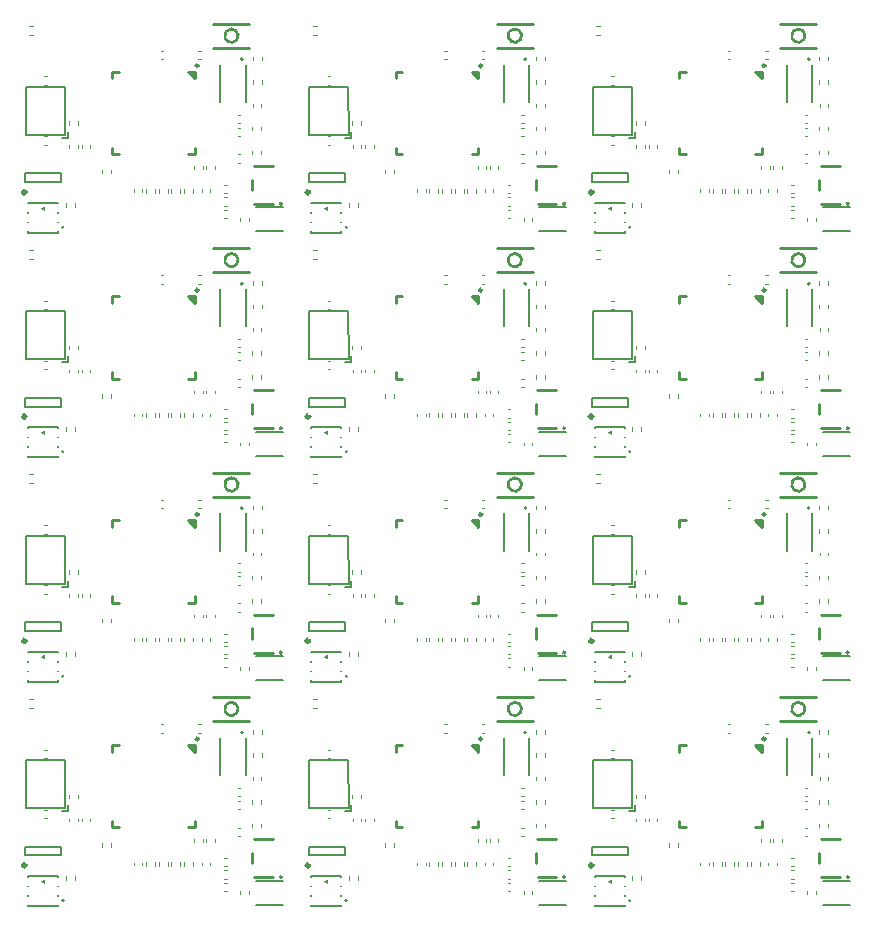
<source format=gto>
G04 #@! TF.GenerationSoftware,KiCad,Pcbnew,7.0.2-6a45011f42~172~ubuntu22.04.1*
G04 #@! TF.CreationDate,2023-05-22T20:20:29+08:00*
G04 #@! TF.ProjectId,panel_4_3,70616e65-6c5f-4345-9f33-2e6b69636164,rev?*
G04 #@! TF.SameCoordinates,Original*
G04 #@! TF.FileFunction,Legend,Top*
G04 #@! TF.FilePolarity,Positive*
%FSLAX46Y46*%
G04 Gerber Fmt 4.6, Leading zero omitted, Abs format (unit mm)*
G04 Created by KiCad (PCBNEW 7.0.2-6a45011f42~172~ubuntu22.04.1) date 2023-05-22 20:20:29*
%MOMM*%
%LPD*%
G01*
G04 APERTURE LIST*
%ADD10C,0.120000*%
%ADD11C,0.152000*%
%ADD12C,0.140000*%
%ADD13C,0.254000*%
%ADD14C,0.200000*%
%ADD15C,0.300000*%
G04 APERTURE END LIST*
D10*
G04 #@! TO.C,C2*
X19022164Y-13545000D02*
X19237836Y-13545000D01*
X19022164Y-14265000D02*
X19237836Y-14265000D01*
G04 #@! TO.C,R11*
X15210000Y-19841359D02*
X15210000Y-20148641D01*
X14450000Y-19841359D02*
X14450000Y-20148641D01*
D11*
G04 #@! TO.C,LED1*
X51810000Y-80550000D02*
X51556000Y-80550000D01*
X51810000Y-80430000D02*
X51810000Y-80550000D01*
X51810000Y-79630000D02*
X51810000Y-79670000D01*
X51810000Y-78830000D02*
X51810000Y-78870000D01*
X51810000Y-78010000D02*
X51810000Y-78070000D01*
X51556000Y-80550000D02*
X49270000Y-80550000D01*
X49270000Y-80550000D02*
X49270000Y-80430000D01*
X49270000Y-79670000D02*
X49270000Y-79630000D01*
X49270000Y-78870000D02*
X49270000Y-78830000D01*
X49270000Y-78070000D02*
X49270000Y-78010000D01*
X49270000Y-78010000D02*
X51810000Y-78010000D01*
D12*
X52290000Y-80090000D02*
G75*
G03*
X52290000Y-80090000I-70000J0D01*
G01*
D10*
X50625000Y-78585000D02*
X50355000Y-78455000D01*
X50625000Y-78335000D01*
X50625000Y-78585000D01*
G36*
X50625000Y-78585000D02*
G01*
X50355000Y-78455000D01*
X50625000Y-78335000D01*
X50625000Y-78585000D01*
G37*
G04 #@! TO.C,R1*
X52730000Y-52428641D02*
X52730000Y-52121359D01*
X53490000Y-52428641D02*
X53490000Y-52121359D01*
G04 #@! TO.C,R4*
X21035000Y-16596359D02*
X21035000Y-16903641D01*
X20275000Y-16596359D02*
X20275000Y-16903641D01*
G04 #@! TO.C,C12*
X60502164Y-8155000D02*
X60717836Y-8155000D01*
X60502164Y-8875000D02*
X60717836Y-8875000D01*
G04 #@! TO.C,R9*
X61088000Y-76841359D02*
X61088000Y-77148641D01*
X60328000Y-76841359D02*
X60328000Y-77148641D01*
G04 #@! TO.C,C6*
X64385000Y-18122836D02*
X64385000Y-17907164D01*
X65105000Y-18122836D02*
X65105000Y-17907164D01*
G04 #@! TO.C,R7*
X28455000Y-59343641D02*
X28455000Y-59036359D01*
X29215000Y-59343641D02*
X29215000Y-59036359D01*
G04 #@! TO.C,R10*
X14149000Y-19841359D02*
X14149000Y-20148641D01*
X13389000Y-19841359D02*
X13389000Y-20148641D01*
D13*
G04 #@! TO.C,U1*
X15395000Y-47905000D02*
X15395000Y-48474000D01*
X14826000Y-47905000D02*
X15395000Y-47905000D01*
X14826000Y-47905000D02*
X15395000Y-48474000D01*
X8395000Y-47905000D02*
X8964000Y-47905000D01*
X8395000Y-48005000D02*
X8395000Y-47905000D01*
X15395000Y-48164000D02*
X15298000Y-48164000D01*
X15298000Y-48164000D02*
X15039000Y-47905000D01*
X8395000Y-48474000D02*
X8395000Y-48005000D01*
X15395000Y-54336000D02*
X15395000Y-54905000D01*
X15395000Y-54905000D02*
X14826000Y-54905000D01*
X8964000Y-54905000D02*
X8395000Y-54905000D01*
X8395000Y-54905000D02*
X8395000Y-54336000D01*
X15722000Y-47405000D02*
G75*
G03*
X15722000Y-47405000I-127000J0D01*
G01*
D11*
G04 #@! TO.C,U2*
X19691000Y-31468500D02*
X19691000Y-28316500D01*
X17539000Y-28316500D02*
X17539000Y-31468500D01*
D14*
X19477000Y-27860500D02*
G75*
G03*
X19477000Y-27860500I-100000J0D01*
G01*
D10*
G04 #@! TO.C,R3*
X68275000Y-52883642D02*
X68275000Y-52576360D01*
X69035000Y-52883642D02*
X69035000Y-52576360D01*
G04 #@! TO.C,R4*
X45035000Y-54596359D02*
X45035000Y-54903641D01*
X44275000Y-54596359D02*
X44275000Y-54903641D01*
G04 #@! TO.C,C8*
X40685000Y-57887164D02*
X40685000Y-58102836D01*
X39965000Y-57887164D02*
X39965000Y-58102836D01*
D11*
G04 #@! TO.C,L1*
X46863000Y-61441000D02*
X44577000Y-61441000D01*
X44577000Y-59409000D02*
X46863000Y-59409000D01*
D13*
G04 #@! TO.C,SW1*
X44019000Y-64886000D02*
X40971000Y-64886000D01*
X44019000Y-62854000D02*
X40971000Y-62854000D01*
X41986509Y-63615748D02*
G75*
G03*
X42093001Y-63468001I508491J-254252D01*
G01*
D10*
G04 #@! TO.C,C11*
X39682164Y-27150000D02*
X39897836Y-27150000D01*
X39682164Y-27870000D02*
X39897836Y-27870000D01*
G04 #@! TO.C,C1*
X26657164Y-53395000D02*
X26872836Y-53395000D01*
X26657164Y-54115000D02*
X26872836Y-54115000D01*
G04 #@! TO.C,R4*
X45035000Y-73596359D02*
X45035000Y-73903641D01*
X44275000Y-73596359D02*
X44275000Y-73903641D01*
G04 #@! TO.C,C3*
X26642164Y-10315000D02*
X26857836Y-10315000D01*
X26642164Y-11035000D02*
X26857836Y-11035000D01*
G04 #@! TO.C,R3*
X44275000Y-52883642D02*
X44275000Y-52576360D01*
X45035000Y-52883642D02*
X45035000Y-52576360D01*
D11*
G04 #@! TO.C,LED1*
X3810000Y-23550000D02*
X3556000Y-23550000D01*
X3810000Y-23430000D02*
X3810000Y-23550000D01*
X3810000Y-22630000D02*
X3810000Y-22670000D01*
X3810000Y-21830000D02*
X3810000Y-21870000D01*
X3810000Y-21010000D02*
X3810000Y-21070000D01*
X3556000Y-23550000D02*
X1270000Y-23550000D01*
X1270000Y-23550000D02*
X1270000Y-23430000D01*
X1270000Y-22670000D02*
X1270000Y-22630000D01*
X1270000Y-21870000D02*
X1270000Y-21830000D01*
X1270000Y-21070000D02*
X1270000Y-21010000D01*
X1270000Y-21010000D02*
X3810000Y-21010000D01*
D12*
X4290000Y-23090000D02*
G75*
G03*
X4290000Y-23090000I-70000J0D01*
G01*
D10*
X2625000Y-21585000D02*
X2355000Y-21455000D01*
X2625000Y-21335000D01*
X2625000Y-21585000D01*
G36*
X2625000Y-21585000D02*
G01*
X2355000Y-21455000D01*
X2625000Y-21335000D01*
X2625000Y-21585000D01*
G37*
D11*
G04 #@! TO.C,X1*
X4152000Y-34506000D02*
X4660000Y-34506000D01*
X4660000Y-34506000D02*
X4660000Y-33998000D01*
X1104000Y-34249000D02*
X1104000Y-30188000D01*
X4434000Y-34249000D02*
X1104000Y-34249000D01*
X1104000Y-30188000D02*
X2755000Y-30188000D01*
X2755000Y-30188000D02*
X4406000Y-30188000D01*
X4406000Y-30188000D02*
X4434000Y-34249000D01*
X4406000Y-30188000D02*
X4406000Y-30188000D01*
D10*
G04 #@! TO.C,C5*
X67027164Y-54920000D02*
X67242836Y-54920000D01*
X67027164Y-55640000D02*
X67242836Y-55640000D01*
G04 #@! TO.C,R2*
X31525000Y-18523641D02*
X31525000Y-18216359D01*
X32285000Y-18523641D02*
X32285000Y-18216359D01*
D13*
G04 #@! TO.C,SW1*
X20019000Y-64886000D02*
X16971000Y-64886000D01*
X20019000Y-62854000D02*
X16971000Y-62854000D01*
X17986509Y-63615748D02*
G75*
G03*
X18093001Y-63468001I508491J-254252D01*
G01*
D10*
G04 #@! TO.C,C17*
X41907164Y-77535000D02*
X42122836Y-77535000D01*
X41907164Y-78255000D02*
X42122836Y-78255000D01*
G04 #@! TO.C,R5*
X21045000Y-65651359D02*
X21045000Y-65958641D01*
X20285000Y-65651359D02*
X20285000Y-65958641D01*
G04 #@! TO.C,C18*
X17907164Y-21585000D02*
X18122836Y-21585000D01*
X17907164Y-22305000D02*
X18122836Y-22305000D01*
G04 #@! TO.C,C17*
X17907164Y-58535000D02*
X18122836Y-58535000D01*
X17907164Y-59255000D02*
X18122836Y-59255000D01*
G04 #@! TO.C,R12*
X25396359Y-44015000D02*
X25703641Y-44015000D01*
X25396359Y-44775000D02*
X25703641Y-44775000D01*
G04 #@! TO.C,C8*
X16685000Y-57887164D02*
X16685000Y-58102836D01*
X15965000Y-57887164D02*
X15965000Y-58102836D01*
G04 #@! TO.C,C14*
X45025000Y-50647164D02*
X45025000Y-50862836D01*
X44305000Y-50647164D02*
X44305000Y-50862836D01*
G04 #@! TO.C,R7*
X52455000Y-40343641D02*
X52455000Y-40036359D01*
X53215000Y-40343641D02*
X53215000Y-40036359D01*
G04 #@! TO.C,C8*
X64685000Y-76887164D02*
X64685000Y-77102836D01*
X63965000Y-76887164D02*
X63965000Y-77102836D01*
G04 #@! TO.C,C4*
X6530000Y-54152164D02*
X6530000Y-54367836D01*
X5810000Y-54152164D02*
X5810000Y-54367836D01*
G04 #@! TO.C,C17*
X65907164Y-58535000D02*
X66122836Y-58535000D01*
X65907164Y-59255000D02*
X66122836Y-59255000D01*
G04 #@! TO.C,R2*
X55525000Y-37523641D02*
X55525000Y-37216359D01*
X56285000Y-37523641D02*
X56285000Y-37216359D01*
D11*
G04 #@! TO.C,LED1*
X27810000Y-61550000D02*
X27556000Y-61550000D01*
X27810000Y-61430000D02*
X27810000Y-61550000D01*
X27810000Y-60630000D02*
X27810000Y-60670000D01*
X27810000Y-59830000D02*
X27810000Y-59870000D01*
X27810000Y-59010000D02*
X27810000Y-59070000D01*
X27556000Y-61550000D02*
X25270000Y-61550000D01*
X25270000Y-61550000D02*
X25270000Y-61430000D01*
X25270000Y-60670000D02*
X25270000Y-60630000D01*
X25270000Y-59870000D02*
X25270000Y-59830000D01*
X25270000Y-59070000D02*
X25270000Y-59010000D01*
X25270000Y-59010000D02*
X27810000Y-59010000D01*
D12*
X28290000Y-61090000D02*
G75*
G03*
X28290000Y-61090000I-70000J0D01*
G01*
D10*
X26625000Y-59585000D02*
X26355000Y-59455000D01*
X26625000Y-59335000D01*
X26625000Y-59585000D01*
G36*
X26625000Y-59585000D02*
G01*
X26355000Y-59455000D01*
X26625000Y-59335000D01*
X26625000Y-59585000D01*
G37*
G04 #@! TO.C,R9*
X37088000Y-38841359D02*
X37088000Y-39148641D01*
X36328000Y-38841359D02*
X36328000Y-39148641D01*
G04 #@! TO.C,C5*
X43027164Y-35920000D02*
X43242836Y-35920000D01*
X43027164Y-36640000D02*
X43242836Y-36640000D01*
D13*
G04 #@! TO.C,U4*
X20249000Y-38936000D02*
X20249000Y-38052000D01*
X20409000Y-36894000D02*
X22009000Y-36894000D01*
X20449000Y-40112000D02*
X21989000Y-40112000D01*
X22735000Y-40092000D02*
G75*
G03*
X22735000Y-40092000I-64000J0D01*
G01*
D10*
G04 #@! TO.C,R11*
X63210000Y-38841359D02*
X63210000Y-39148641D01*
X62450000Y-38841359D02*
X62450000Y-39148641D01*
G04 #@! TO.C,C5*
X67027164Y-16920000D02*
X67242836Y-16920000D01*
X67027164Y-17640000D02*
X67242836Y-17640000D01*
G04 #@! TO.C,R8*
X60027000Y-38841359D02*
X60027000Y-39148641D01*
X59267000Y-38841359D02*
X59267000Y-39148641D01*
G04 #@! TO.C,R11*
X63210000Y-57841359D02*
X63210000Y-58148641D01*
X62450000Y-57841359D02*
X62450000Y-58148641D01*
G04 #@! TO.C,R8*
X60027000Y-76841359D02*
X60027000Y-77148641D01*
X59267000Y-76841359D02*
X59267000Y-77148641D01*
G04 #@! TO.C,C1*
X50657164Y-15395000D02*
X50872836Y-15395000D01*
X50657164Y-16115000D02*
X50872836Y-16115000D01*
D13*
G04 #@! TO.C,U4*
X20249000Y-57936000D02*
X20249000Y-57052000D01*
X20409000Y-55894000D02*
X22009000Y-55894000D01*
X20449000Y-59112000D02*
X21989000Y-59112000D01*
X22735000Y-59092000D02*
G75*
G03*
X22735000Y-59092000I-64000J0D01*
G01*
D10*
G04 #@! TO.C,C14*
X21025000Y-12647164D02*
X21025000Y-12862836D01*
X20305000Y-12647164D02*
X20305000Y-12862836D01*
D13*
G04 #@! TO.C,U1*
X63395000Y-28905000D02*
X63395000Y-29474000D01*
X62826000Y-28905000D02*
X63395000Y-28905000D01*
X62826000Y-28905000D02*
X63395000Y-29474000D01*
X56395000Y-28905000D02*
X56964000Y-28905000D01*
X56395000Y-29005000D02*
X56395000Y-28905000D01*
X63395000Y-29164000D02*
X63298000Y-29164000D01*
X63298000Y-29164000D02*
X63039000Y-28905000D01*
X56395000Y-29474000D02*
X56395000Y-29005000D01*
X63395000Y-35336000D02*
X63395000Y-35905000D01*
X63395000Y-35905000D02*
X62826000Y-35905000D01*
X56964000Y-35905000D02*
X56395000Y-35905000D01*
X56395000Y-35905000D02*
X56395000Y-35336000D01*
X63722000Y-28405000D02*
G75*
G03*
X63722000Y-28405000I-127000J0D01*
G01*
D11*
G04 #@! TO.C,L1*
X22863000Y-61441000D02*
X20577000Y-61441000D01*
X20577000Y-59409000D02*
X22863000Y-59409000D01*
D10*
G04 #@! TO.C,C3*
X2642164Y-48315000D02*
X2857836Y-48315000D01*
X2642164Y-49035000D02*
X2857836Y-49035000D01*
D11*
G04 #@! TO.C,U2*
X19691000Y-12468500D02*
X19691000Y-9316500D01*
X17539000Y-9316500D02*
X17539000Y-12468500D01*
D14*
X19477000Y-8860500D02*
G75*
G03*
X19477000Y-8860500I-100000J0D01*
G01*
D10*
G04 #@! TO.C,C3*
X50642164Y-48315000D02*
X50857836Y-48315000D01*
X50642164Y-49035000D02*
X50857836Y-49035000D01*
G04 #@! TO.C,R2*
X7525000Y-75523641D02*
X7525000Y-75216359D01*
X8285000Y-75523641D02*
X8285000Y-75216359D01*
G04 #@! TO.C,C4*
X6530000Y-73152164D02*
X6530000Y-73367836D01*
X5810000Y-73152164D02*
X5810000Y-73367836D01*
G04 #@! TO.C,R9*
X13088000Y-19841359D02*
X13088000Y-20148641D01*
X12328000Y-19841359D02*
X12328000Y-20148641D01*
G04 #@! TO.C,C15*
X67250000Y-60532836D02*
X67250000Y-60317164D01*
X67970000Y-60532836D02*
X67970000Y-60317164D01*
G04 #@! TO.C,C14*
X45025000Y-31647164D02*
X45025000Y-31862836D01*
X44305000Y-31647164D02*
X44305000Y-31862836D01*
X45025000Y-12647164D02*
X45025000Y-12862836D01*
X44305000Y-12647164D02*
X44305000Y-12862836D01*
G04 #@! TO.C,C17*
X41907164Y-20535000D02*
X42122836Y-20535000D01*
X41907164Y-21255000D02*
X42122836Y-21255000D01*
D13*
G04 #@! TO.C,U4*
X44249000Y-19936000D02*
X44249000Y-19052000D01*
X44409000Y-17894000D02*
X46009000Y-17894000D01*
X44449000Y-21112000D02*
X45989000Y-21112000D01*
X46735000Y-21092000D02*
G75*
G03*
X46735000Y-21092000I-64000J0D01*
G01*
D10*
G04 #@! TO.C,R7*
X4455000Y-21343641D02*
X4455000Y-21036359D01*
X5215000Y-21343641D02*
X5215000Y-21036359D01*
G04 #@! TO.C,C6*
X16385000Y-75122836D02*
X16385000Y-74907164D01*
X17105000Y-75122836D02*
X17105000Y-74907164D01*
G04 #@! TO.C,R6*
X68285000Y-10943641D02*
X68285000Y-10636359D01*
X69045000Y-10943641D02*
X69045000Y-10636359D01*
G04 #@! TO.C,R7*
X28455000Y-21343641D02*
X28455000Y-21036359D01*
X29215000Y-21343641D02*
X29215000Y-21036359D01*
G04 #@! TO.C,C6*
X40385000Y-37122836D02*
X40385000Y-36907164D01*
X41105000Y-37122836D02*
X41105000Y-36907164D01*
D13*
G04 #@! TO.C,U1*
X15395000Y-28905000D02*
X15395000Y-29474000D01*
X14826000Y-28905000D02*
X15395000Y-28905000D01*
X14826000Y-28905000D02*
X15395000Y-29474000D01*
X8395000Y-28905000D02*
X8964000Y-28905000D01*
X8395000Y-29005000D02*
X8395000Y-28905000D01*
X15395000Y-29164000D02*
X15298000Y-29164000D01*
X15298000Y-29164000D02*
X15039000Y-28905000D01*
X8395000Y-29474000D02*
X8395000Y-29005000D01*
X15395000Y-35336000D02*
X15395000Y-35905000D01*
X15395000Y-35905000D02*
X14826000Y-35905000D01*
X8964000Y-35905000D02*
X8395000Y-35905000D01*
X8395000Y-35905000D02*
X8395000Y-35336000D01*
X15722000Y-28405000D02*
G75*
G03*
X15722000Y-28405000I-127000J0D01*
G01*
D10*
G04 #@! TO.C,C18*
X17907164Y-40585000D02*
X18122836Y-40585000D01*
X17907164Y-41305000D02*
X18122836Y-41305000D01*
G04 #@! TO.C,R7*
X52455000Y-21343641D02*
X52455000Y-21036359D01*
X53215000Y-21343641D02*
X53215000Y-21036359D01*
G04 #@! TO.C,C17*
X17907164Y-77535000D02*
X18122836Y-77535000D01*
X17907164Y-78255000D02*
X18122836Y-78255000D01*
G04 #@! TO.C,C14*
X69025000Y-12647164D02*
X69025000Y-12862836D01*
X68305000Y-12647164D02*
X68305000Y-12862836D01*
D11*
G04 #@! TO.C,L1*
X22863000Y-23441000D02*
X20577000Y-23441000D01*
X20577000Y-21409000D02*
X22863000Y-21409000D01*
D10*
G04 #@! TO.C,C2*
X43022164Y-13545000D02*
X43237836Y-13545000D01*
X43022164Y-14265000D02*
X43237836Y-14265000D01*
G04 #@! TO.C,C10*
X19022164Y-71640000D02*
X19237836Y-71640000D01*
X19022164Y-72360000D02*
X19237836Y-72360000D01*
D11*
G04 #@! TO.C,L1*
X70863000Y-80441000D02*
X68577000Y-80441000D01*
X68577000Y-78409000D02*
X70863000Y-78409000D01*
D10*
G04 #@! TO.C,R1*
X4730000Y-33428641D02*
X4730000Y-33121359D01*
X5490000Y-33428641D02*
X5490000Y-33121359D01*
D13*
G04 #@! TO.C,U4*
X68249000Y-76936000D02*
X68249000Y-76052000D01*
X68409000Y-74894000D02*
X70009000Y-74894000D01*
X68449000Y-78112000D02*
X69989000Y-78112000D01*
X70735000Y-78092000D02*
G75*
G03*
X70735000Y-78092000I-64000J0D01*
G01*
D10*
G04 #@! TO.C,C11*
X63682164Y-46150000D02*
X63897836Y-46150000D01*
X63682164Y-46870000D02*
X63897836Y-46870000D01*
G04 #@! TO.C,R11*
X39210000Y-76841359D02*
X39210000Y-77148641D01*
X38450000Y-76841359D02*
X38450000Y-77148641D01*
D11*
G04 #@! TO.C,L1*
X70863000Y-23441000D02*
X68577000Y-23441000D01*
X68577000Y-21409000D02*
X70863000Y-21409000D01*
D10*
G04 #@! TO.C,C10*
X43022164Y-33640000D02*
X43237836Y-33640000D01*
X43022164Y-34360000D02*
X43237836Y-34360000D01*
G04 #@! TO.C,R7*
X4455000Y-40343641D02*
X4455000Y-40036359D01*
X5215000Y-40343641D02*
X5215000Y-40036359D01*
X28455000Y-40343641D02*
X28455000Y-40036359D01*
X29215000Y-40343641D02*
X29215000Y-40036359D01*
D13*
G04 #@! TO.C,U1*
X39395000Y-66905000D02*
X39395000Y-67474000D01*
X38826000Y-66905000D02*
X39395000Y-66905000D01*
X38826000Y-66905000D02*
X39395000Y-67474000D01*
X32395000Y-66905000D02*
X32964000Y-66905000D01*
X32395000Y-67005000D02*
X32395000Y-66905000D01*
X39395000Y-67164000D02*
X39298000Y-67164000D01*
X39298000Y-67164000D02*
X39039000Y-66905000D01*
X32395000Y-67474000D02*
X32395000Y-67005000D01*
X39395000Y-73336000D02*
X39395000Y-73905000D01*
X39395000Y-73905000D02*
X38826000Y-73905000D01*
X32964000Y-73905000D02*
X32395000Y-73905000D01*
X32395000Y-73905000D02*
X32395000Y-73336000D01*
X39722000Y-66405000D02*
G75*
G03*
X39722000Y-66405000I-127000J0D01*
G01*
D10*
G04 #@! TO.C,R10*
X62149000Y-38841359D02*
X62149000Y-39148641D01*
X61389000Y-38841359D02*
X61389000Y-39148641D01*
G04 #@! TO.C,C18*
X65907164Y-78585000D02*
X66122836Y-78585000D01*
X65907164Y-79305000D02*
X66122836Y-79305000D01*
G04 #@! TO.C,C5*
X43027164Y-73920000D02*
X43242836Y-73920000D01*
X43027164Y-74640000D02*
X43242836Y-74640000D01*
G04 #@! TO.C,C6*
X16385000Y-37122836D02*
X16385000Y-36907164D01*
X17105000Y-37122836D02*
X17105000Y-36907164D01*
G04 #@! TO.C,R11*
X15210000Y-38841359D02*
X15210000Y-39148641D01*
X14450000Y-38841359D02*
X14450000Y-39148641D01*
G04 #@! TO.C,C9*
X16060000Y-74907164D02*
X16060000Y-75122836D01*
X15340000Y-74907164D02*
X15340000Y-75122836D01*
G04 #@! TO.C,C2*
X67022164Y-51545000D02*
X67237836Y-51545000D01*
X67022164Y-52265000D02*
X67237836Y-52265000D01*
D13*
G04 #@! TO.C,SW1*
X44019000Y-45886000D02*
X40971000Y-45886000D01*
X44019000Y-43854000D02*
X40971000Y-43854000D01*
X41986509Y-44615748D02*
G75*
G03*
X42093001Y-44468001I508491J-254252D01*
G01*
D11*
G04 #@! TO.C,U2*
X67691000Y-69468500D02*
X67691000Y-66316500D01*
X65539000Y-66316500D02*
X65539000Y-69468500D01*
D14*
X67477000Y-65860500D02*
G75*
G03*
X67477000Y-65860500I-100000J0D01*
G01*
D10*
G04 #@! TO.C,R8*
X12027000Y-19841359D02*
X12027000Y-20148641D01*
X11267000Y-19841359D02*
X11267000Y-20148641D01*
D11*
G04 #@! TO.C,LED1*
X27810000Y-42550000D02*
X27556000Y-42550000D01*
X27810000Y-42430000D02*
X27810000Y-42550000D01*
X27810000Y-41630000D02*
X27810000Y-41670000D01*
X27810000Y-40830000D02*
X27810000Y-40870000D01*
X27810000Y-40010000D02*
X27810000Y-40070000D01*
X27556000Y-42550000D02*
X25270000Y-42550000D01*
X25270000Y-42550000D02*
X25270000Y-42430000D01*
X25270000Y-41670000D02*
X25270000Y-41630000D01*
X25270000Y-40870000D02*
X25270000Y-40830000D01*
X25270000Y-40070000D02*
X25270000Y-40010000D01*
X25270000Y-40010000D02*
X27810000Y-40010000D01*
D12*
X28290000Y-42090000D02*
G75*
G03*
X28290000Y-42090000I-70000J0D01*
G01*
D10*
X26625000Y-40585000D02*
X26355000Y-40455000D01*
X26625000Y-40335000D01*
X26625000Y-40585000D01*
G36*
X26625000Y-40585000D02*
G01*
X26355000Y-40455000D01*
X26625000Y-40335000D01*
X26625000Y-40585000D01*
G37*
G04 #@! TO.C,R11*
X63210000Y-76841359D02*
X63210000Y-77148641D01*
X62450000Y-76841359D02*
X62450000Y-77148641D01*
G04 #@! TO.C,R10*
X14149000Y-38841359D02*
X14149000Y-39148641D01*
X13389000Y-38841359D02*
X13389000Y-39148641D01*
G04 #@! TO.C,C1*
X2657164Y-15395000D02*
X2872836Y-15395000D01*
X2657164Y-16115000D02*
X2872836Y-16115000D01*
X2657164Y-53395000D02*
X2872836Y-53395000D01*
X2657164Y-54115000D02*
X2872836Y-54115000D01*
G04 #@! TO.C,R4*
X45035000Y-16596359D02*
X45035000Y-16903641D01*
X44275000Y-16596359D02*
X44275000Y-16903641D01*
G04 #@! TO.C,C3*
X50642164Y-67315000D02*
X50857836Y-67315000D01*
X50642164Y-68035000D02*
X50857836Y-68035000D01*
D11*
G04 #@! TO.C,L1*
X22863000Y-42441000D02*
X20577000Y-42441000D01*
X20577000Y-40409000D02*
X22863000Y-40409000D01*
D10*
G04 #@! TO.C,R7*
X4455000Y-78343641D02*
X4455000Y-78036359D01*
X5215000Y-78343641D02*
X5215000Y-78036359D01*
D11*
G04 #@! TO.C,LED1*
X51810000Y-42550000D02*
X51556000Y-42550000D01*
X51810000Y-42430000D02*
X51810000Y-42550000D01*
X51810000Y-41630000D02*
X51810000Y-41670000D01*
X51810000Y-40830000D02*
X51810000Y-40870000D01*
X51810000Y-40010000D02*
X51810000Y-40070000D01*
X51556000Y-42550000D02*
X49270000Y-42550000D01*
X49270000Y-42550000D02*
X49270000Y-42430000D01*
X49270000Y-41670000D02*
X49270000Y-41630000D01*
X49270000Y-40870000D02*
X49270000Y-40830000D01*
X49270000Y-40070000D02*
X49270000Y-40010000D01*
X49270000Y-40010000D02*
X51810000Y-40010000D01*
D12*
X52290000Y-42090000D02*
G75*
G03*
X52290000Y-42090000I-70000J0D01*
G01*
D10*
X50625000Y-40585000D02*
X50355000Y-40455000D01*
X50625000Y-40335000D01*
X50625000Y-40585000D01*
G36*
X50625000Y-40585000D02*
G01*
X50355000Y-40455000D01*
X50625000Y-40335000D01*
X50625000Y-40585000D01*
G37*
G04 #@! TO.C,R10*
X62149000Y-19841359D02*
X62149000Y-20148641D01*
X61389000Y-19841359D02*
X61389000Y-20148641D01*
G04 #@! TO.C,C7*
X58930000Y-57882164D02*
X58930000Y-58097836D01*
X58210000Y-57882164D02*
X58210000Y-58097836D01*
G04 #@! TO.C,C11*
X15682164Y-8150000D02*
X15897836Y-8150000D01*
X15682164Y-8870000D02*
X15897836Y-8870000D01*
D11*
G04 #@! TO.C,LED1*
X3810000Y-80550000D02*
X3556000Y-80550000D01*
X3810000Y-80430000D02*
X3810000Y-80550000D01*
X3810000Y-79630000D02*
X3810000Y-79670000D01*
X3810000Y-78830000D02*
X3810000Y-78870000D01*
X3810000Y-78010000D02*
X3810000Y-78070000D01*
X3556000Y-80550000D02*
X1270000Y-80550000D01*
X1270000Y-80550000D02*
X1270000Y-80430000D01*
X1270000Y-79670000D02*
X1270000Y-79630000D01*
X1270000Y-78870000D02*
X1270000Y-78830000D01*
X1270000Y-78070000D02*
X1270000Y-78010000D01*
X1270000Y-78010000D02*
X3810000Y-78010000D01*
D12*
X4290000Y-80090000D02*
G75*
G03*
X4290000Y-80090000I-70000J0D01*
G01*
D10*
X2625000Y-78585000D02*
X2355000Y-78455000D01*
X2625000Y-78335000D01*
X2625000Y-78585000D01*
G36*
X2625000Y-78585000D02*
G01*
X2355000Y-78455000D01*
X2625000Y-78335000D01*
X2625000Y-78585000D01*
G37*
G04 #@! TO.C,C12*
X36502164Y-46155000D02*
X36717836Y-46155000D01*
X36502164Y-46875000D02*
X36717836Y-46875000D01*
G04 #@! TO.C,C3*
X2642164Y-67315000D02*
X2857836Y-67315000D01*
X2642164Y-68035000D02*
X2857836Y-68035000D01*
G04 #@! TO.C,R9*
X37088000Y-57841359D02*
X37088000Y-58148641D01*
X36328000Y-57841359D02*
X36328000Y-58148641D01*
G04 #@! TO.C,C6*
X40385000Y-18122836D02*
X40385000Y-17907164D01*
X41105000Y-18122836D02*
X41105000Y-17907164D01*
G04 #@! TO.C,R6*
X20285000Y-29943641D02*
X20285000Y-29636359D01*
X21045000Y-29943641D02*
X21045000Y-29636359D01*
G04 #@! TO.C,C15*
X43250000Y-60532836D02*
X43250000Y-60317164D01*
X43970000Y-60532836D02*
X43970000Y-60317164D01*
G04 #@! TO.C,C10*
X43022164Y-52640000D02*
X43237836Y-52640000D01*
X43022164Y-53360000D02*
X43237836Y-53360000D01*
G04 #@! TO.C,C17*
X41907164Y-39535000D02*
X42122836Y-39535000D01*
X41907164Y-40255000D02*
X42122836Y-40255000D01*
G04 #@! TO.C,R8*
X36027000Y-76841359D02*
X36027000Y-77148641D01*
X35267000Y-76841359D02*
X35267000Y-77148641D01*
G04 #@! TO.C,C4*
X30530000Y-54152164D02*
X30530000Y-54367836D01*
X29810000Y-54152164D02*
X29810000Y-54367836D01*
G04 #@! TO.C,R8*
X36027000Y-57841359D02*
X36027000Y-58148641D01*
X35267000Y-57841359D02*
X35267000Y-58148641D01*
D11*
G04 #@! TO.C,U3*
X49044000Y-56524000D02*
X52096000Y-56524000D01*
X49044000Y-57266000D02*
X49044000Y-56524000D01*
X52096000Y-56524000D02*
X52096000Y-57266000D01*
X52096000Y-57266000D02*
X49044000Y-57266000D01*
D15*
X49111000Y-58106000D02*
G75*
G03*
X49111000Y-58106000I-150000J0D01*
G01*
D10*
G04 #@! TO.C,C9*
X64060000Y-17907164D02*
X64060000Y-18122836D01*
X63340000Y-17907164D02*
X63340000Y-18122836D01*
D13*
G04 #@! TO.C,U1*
X63395000Y-47905000D02*
X63395000Y-48474000D01*
X62826000Y-47905000D02*
X63395000Y-47905000D01*
X62826000Y-47905000D02*
X63395000Y-48474000D01*
X56395000Y-47905000D02*
X56964000Y-47905000D01*
X56395000Y-48005000D02*
X56395000Y-47905000D01*
X63395000Y-48164000D02*
X63298000Y-48164000D01*
X63298000Y-48164000D02*
X63039000Y-47905000D01*
X56395000Y-48474000D02*
X56395000Y-48005000D01*
X63395000Y-54336000D02*
X63395000Y-54905000D01*
X63395000Y-54905000D02*
X62826000Y-54905000D01*
X56964000Y-54905000D02*
X56395000Y-54905000D01*
X56395000Y-54905000D02*
X56395000Y-54336000D01*
X63722000Y-47405000D02*
G75*
G03*
X63722000Y-47405000I-127000J0D01*
G01*
D10*
G04 #@! TO.C,C5*
X19027164Y-35920000D02*
X19242836Y-35920000D01*
X19027164Y-36640000D02*
X19242836Y-36640000D01*
G04 #@! TO.C,C17*
X17907164Y-39535000D02*
X18122836Y-39535000D01*
X17907164Y-40255000D02*
X18122836Y-40255000D01*
G04 #@! TO.C,R4*
X69035000Y-73596359D02*
X69035000Y-73903641D01*
X68275000Y-73596359D02*
X68275000Y-73903641D01*
G04 #@! TO.C,C4*
X6530000Y-35152164D02*
X6530000Y-35367836D01*
X5810000Y-35152164D02*
X5810000Y-35367836D01*
G04 #@! TO.C,R9*
X61088000Y-38841359D02*
X61088000Y-39148641D01*
X60328000Y-38841359D02*
X60328000Y-39148641D01*
G04 #@! TO.C,R3*
X44275000Y-33883642D02*
X44275000Y-33576360D01*
X45035000Y-33883642D02*
X45035000Y-33576360D01*
G04 #@! TO.C,R2*
X55525000Y-18523641D02*
X55525000Y-18216359D01*
X56285000Y-18523641D02*
X56285000Y-18216359D01*
X31525000Y-37523641D02*
X31525000Y-37216359D01*
X32285000Y-37523641D02*
X32285000Y-37216359D01*
G04 #@! TO.C,R1*
X28730000Y-14428641D02*
X28730000Y-14121359D01*
X29490000Y-14428641D02*
X29490000Y-14121359D01*
G04 #@! TO.C,C6*
X64385000Y-75122836D02*
X64385000Y-74907164D01*
X65105000Y-75122836D02*
X65105000Y-74907164D01*
G04 #@! TO.C,C4*
X6530000Y-16152164D02*
X6530000Y-16367836D01*
X5810000Y-16152164D02*
X5810000Y-16367836D01*
G04 #@! TO.C,R11*
X15210000Y-57841359D02*
X15210000Y-58148641D01*
X14450000Y-57841359D02*
X14450000Y-58148641D01*
G04 #@! TO.C,C8*
X64685000Y-19887164D02*
X64685000Y-20102836D01*
X63965000Y-19887164D02*
X63965000Y-20102836D01*
G04 #@! TO.C,C1*
X50657164Y-34395000D02*
X50872836Y-34395000D01*
X50657164Y-35115000D02*
X50872836Y-35115000D01*
G04 #@! TO.C,C13*
X5475000Y-16147164D02*
X5475000Y-16362836D01*
X4755000Y-16147164D02*
X4755000Y-16362836D01*
G04 #@! TO.C,C8*
X16685000Y-19887164D02*
X16685000Y-20102836D01*
X15965000Y-19887164D02*
X15965000Y-20102836D01*
G04 #@! TO.C,C16*
X65907164Y-57485000D02*
X66122836Y-57485000D01*
X65907164Y-58205000D02*
X66122836Y-58205000D01*
G04 #@! TO.C,R6*
X20285000Y-67943641D02*
X20285000Y-67636359D01*
X21045000Y-67943641D02*
X21045000Y-67636359D01*
G04 #@! TO.C,C2*
X43022164Y-70545000D02*
X43237836Y-70545000D01*
X43022164Y-71265000D02*
X43237836Y-71265000D01*
G04 #@! TO.C,C1*
X26657164Y-34395000D02*
X26872836Y-34395000D01*
X26657164Y-35115000D02*
X26872836Y-35115000D01*
D11*
G04 #@! TO.C,LED1*
X27810000Y-80550000D02*
X27556000Y-80550000D01*
X27810000Y-80430000D02*
X27810000Y-80550000D01*
X27810000Y-79630000D02*
X27810000Y-79670000D01*
X27810000Y-78830000D02*
X27810000Y-78870000D01*
X27810000Y-78010000D02*
X27810000Y-78070000D01*
X27556000Y-80550000D02*
X25270000Y-80550000D01*
X25270000Y-80550000D02*
X25270000Y-80430000D01*
X25270000Y-79670000D02*
X25270000Y-79630000D01*
X25270000Y-78870000D02*
X25270000Y-78830000D01*
X25270000Y-78070000D02*
X25270000Y-78010000D01*
X25270000Y-78010000D02*
X27810000Y-78010000D01*
D12*
X28290000Y-80090000D02*
G75*
G03*
X28290000Y-80090000I-70000J0D01*
G01*
D10*
X26625000Y-78585000D02*
X26355000Y-78455000D01*
X26625000Y-78335000D01*
X26625000Y-78585000D01*
G36*
X26625000Y-78585000D02*
G01*
X26355000Y-78455000D01*
X26625000Y-78335000D01*
X26625000Y-78585000D01*
G37*
G04 #@! TO.C,C15*
X67250000Y-41532836D02*
X67250000Y-41317164D01*
X67970000Y-41532836D02*
X67970000Y-41317164D01*
D11*
G04 #@! TO.C,U3*
X1044000Y-75524000D02*
X4096000Y-75524000D01*
X1044000Y-76266000D02*
X1044000Y-75524000D01*
X4096000Y-75524000D02*
X4096000Y-76266000D01*
X4096000Y-76266000D02*
X1044000Y-76266000D01*
D15*
X1111000Y-77106000D02*
G75*
G03*
X1111000Y-77106000I-150000J0D01*
G01*
D13*
G04 #@! TO.C,SW1*
X20019000Y-26886000D02*
X16971000Y-26886000D01*
X20019000Y-24854000D02*
X16971000Y-24854000D01*
X17986509Y-25615748D02*
G75*
G03*
X18093001Y-25468001I508491J-254252D01*
G01*
D10*
G04 #@! TO.C,R2*
X55525000Y-56523641D02*
X55525000Y-56216359D01*
X56285000Y-56523641D02*
X56285000Y-56216359D01*
G04 #@! TO.C,C3*
X50642164Y-29315000D02*
X50857836Y-29315000D01*
X50642164Y-30035000D02*
X50857836Y-30035000D01*
G04 #@! TO.C,C14*
X21025000Y-50647164D02*
X21025000Y-50862836D01*
X20305000Y-50647164D02*
X20305000Y-50862836D01*
D13*
G04 #@! TO.C,SW1*
X44019000Y-7886000D02*
X40971000Y-7886000D01*
X44019000Y-5854000D02*
X40971000Y-5854000D01*
X41986509Y-6615748D02*
G75*
G03*
X42093001Y-6468001I508491J-254252D01*
G01*
D10*
G04 #@! TO.C,C12*
X36502164Y-8155000D02*
X36717836Y-8155000D01*
X36502164Y-8875000D02*
X36717836Y-8875000D01*
G04 #@! TO.C,C15*
X19250000Y-41532836D02*
X19250000Y-41317164D01*
X19970000Y-41532836D02*
X19970000Y-41317164D01*
G04 #@! TO.C,R3*
X68275000Y-71883642D02*
X68275000Y-71576360D01*
X69035000Y-71883642D02*
X69035000Y-71576360D01*
G04 #@! TO.C,R2*
X31525000Y-75523641D02*
X31525000Y-75216359D01*
X32285000Y-75523641D02*
X32285000Y-75216359D01*
G04 #@! TO.C,C14*
X69025000Y-31647164D02*
X69025000Y-31862836D01*
X68305000Y-31647164D02*
X68305000Y-31862836D01*
G04 #@! TO.C,C11*
X63682164Y-8150000D02*
X63897836Y-8150000D01*
X63682164Y-8870000D02*
X63897836Y-8870000D01*
G04 #@! TO.C,C15*
X43250000Y-41532836D02*
X43250000Y-41317164D01*
X43970000Y-41532836D02*
X43970000Y-41317164D01*
D11*
G04 #@! TO.C,U3*
X25044000Y-18524000D02*
X28096000Y-18524000D01*
X25044000Y-19266000D02*
X25044000Y-18524000D01*
X28096000Y-18524000D02*
X28096000Y-19266000D01*
X28096000Y-19266000D02*
X25044000Y-19266000D01*
D15*
X25111000Y-20106000D02*
G75*
G03*
X25111000Y-20106000I-150000J0D01*
G01*
D10*
G04 #@! TO.C,R7*
X52455000Y-78343641D02*
X52455000Y-78036359D01*
X53215000Y-78343641D02*
X53215000Y-78036359D01*
G04 #@! TO.C,C16*
X65907164Y-76485000D02*
X66122836Y-76485000D01*
X65907164Y-77205000D02*
X66122836Y-77205000D01*
D13*
G04 #@! TO.C,U4*
X68249000Y-57936000D02*
X68249000Y-57052000D01*
X68409000Y-55894000D02*
X70009000Y-55894000D01*
X68449000Y-59112000D02*
X69989000Y-59112000D01*
X70735000Y-59092000D02*
G75*
G03*
X70735000Y-59092000I-64000J0D01*
G01*
D10*
G04 #@! TO.C,R8*
X60027000Y-19841359D02*
X60027000Y-20148641D01*
X59267000Y-19841359D02*
X59267000Y-20148641D01*
G04 #@! TO.C,C14*
X69025000Y-50647164D02*
X69025000Y-50862836D01*
X68305000Y-50647164D02*
X68305000Y-50862836D01*
G04 #@! TO.C,C11*
X39682164Y-46150000D02*
X39897836Y-46150000D01*
X39682164Y-46870000D02*
X39897836Y-46870000D01*
G04 #@! TO.C,C1*
X50657164Y-53395000D02*
X50872836Y-53395000D01*
X50657164Y-54115000D02*
X50872836Y-54115000D01*
G04 #@! TO.C,C8*
X64685000Y-57887164D02*
X64685000Y-58102836D01*
X63965000Y-57887164D02*
X63965000Y-58102836D01*
G04 #@! TO.C,R12*
X25396359Y-25015000D02*
X25703641Y-25015000D01*
X25396359Y-25775000D02*
X25703641Y-25775000D01*
D13*
G04 #@! TO.C,U1*
X15395000Y-66905000D02*
X15395000Y-67474000D01*
X14826000Y-66905000D02*
X15395000Y-66905000D01*
X14826000Y-66905000D02*
X15395000Y-67474000D01*
X8395000Y-66905000D02*
X8964000Y-66905000D01*
X8395000Y-67005000D02*
X8395000Y-66905000D01*
X15395000Y-67164000D02*
X15298000Y-67164000D01*
X15298000Y-67164000D02*
X15039000Y-66905000D01*
X8395000Y-67474000D02*
X8395000Y-67005000D01*
X15395000Y-73336000D02*
X15395000Y-73905000D01*
X15395000Y-73905000D02*
X14826000Y-73905000D01*
X8964000Y-73905000D02*
X8395000Y-73905000D01*
X8395000Y-73905000D02*
X8395000Y-73336000D01*
X15722000Y-66405000D02*
G75*
G03*
X15722000Y-66405000I-127000J0D01*
G01*
D10*
G04 #@! TO.C,C17*
X41907164Y-58535000D02*
X42122836Y-58535000D01*
X41907164Y-59255000D02*
X42122836Y-59255000D01*
D13*
G04 #@! TO.C,SW1*
X20019000Y-7886000D02*
X16971000Y-7886000D01*
X20019000Y-5854000D02*
X16971000Y-5854000D01*
X17986509Y-6615748D02*
G75*
G03*
X18093001Y-6468001I508491J-254252D01*
G01*
D10*
G04 #@! TO.C,C15*
X67250000Y-22532836D02*
X67250000Y-22317164D01*
X67970000Y-22532836D02*
X67970000Y-22317164D01*
G04 #@! TO.C,C18*
X41907164Y-40585000D02*
X42122836Y-40585000D01*
X41907164Y-41305000D02*
X42122836Y-41305000D01*
G04 #@! TO.C,R4*
X21035000Y-73596359D02*
X21035000Y-73903641D01*
X20275000Y-73596359D02*
X20275000Y-73903641D01*
G04 #@! TO.C,C9*
X64060000Y-55907164D02*
X64060000Y-56122836D01*
X63340000Y-55907164D02*
X63340000Y-56122836D01*
D13*
G04 #@! TO.C,SW1*
X68019000Y-64886000D02*
X64971000Y-64886000D01*
X68019000Y-62854000D02*
X64971000Y-62854000D01*
X65986509Y-63615748D02*
G75*
G03*
X66093001Y-63468001I508491J-254252D01*
G01*
D10*
G04 #@! TO.C,R5*
X45045000Y-27651359D02*
X45045000Y-27958641D01*
X44285000Y-27651359D02*
X44285000Y-27958641D01*
D11*
G04 #@! TO.C,LED1*
X51810000Y-61550000D02*
X51556000Y-61550000D01*
X51810000Y-61430000D02*
X51810000Y-61550000D01*
X51810000Y-60630000D02*
X51810000Y-60670000D01*
X51810000Y-59830000D02*
X51810000Y-59870000D01*
X51810000Y-59010000D02*
X51810000Y-59070000D01*
X51556000Y-61550000D02*
X49270000Y-61550000D01*
X49270000Y-61550000D02*
X49270000Y-61430000D01*
X49270000Y-60670000D02*
X49270000Y-60630000D01*
X49270000Y-59870000D02*
X49270000Y-59830000D01*
X49270000Y-59070000D02*
X49270000Y-59010000D01*
X49270000Y-59010000D02*
X51810000Y-59010000D01*
D12*
X52290000Y-61090000D02*
G75*
G03*
X52290000Y-61090000I-70000J0D01*
G01*
D10*
X50625000Y-59585000D02*
X50355000Y-59455000D01*
X50625000Y-59335000D01*
X50625000Y-59585000D01*
G36*
X50625000Y-59585000D02*
G01*
X50355000Y-59455000D01*
X50625000Y-59335000D01*
X50625000Y-59585000D01*
G37*
G04 #@! TO.C,C10*
X19022164Y-14640000D02*
X19237836Y-14640000D01*
X19022164Y-15360000D02*
X19237836Y-15360000D01*
D13*
G04 #@! TO.C,U1*
X15395000Y-9905000D02*
X15395000Y-10474000D01*
X14826000Y-9905000D02*
X15395000Y-9905000D01*
X14826000Y-9905000D02*
X15395000Y-10474000D01*
X8395000Y-9905000D02*
X8964000Y-9905000D01*
X8395000Y-10005000D02*
X8395000Y-9905000D01*
X15395000Y-10164000D02*
X15298000Y-10164000D01*
X15298000Y-10164000D02*
X15039000Y-9905000D01*
X8395000Y-10474000D02*
X8395000Y-10005000D01*
X15395000Y-16336000D02*
X15395000Y-16905000D01*
X15395000Y-16905000D02*
X14826000Y-16905000D01*
X8964000Y-16905000D02*
X8395000Y-16905000D01*
X8395000Y-16905000D02*
X8395000Y-16336000D01*
X15722000Y-9405000D02*
G75*
G03*
X15722000Y-9405000I-127000J0D01*
G01*
D10*
G04 #@! TO.C,R1*
X4730000Y-71428641D02*
X4730000Y-71121359D01*
X5490000Y-71428641D02*
X5490000Y-71121359D01*
D13*
G04 #@! TO.C,U4*
X44249000Y-76936000D02*
X44249000Y-76052000D01*
X44409000Y-74894000D02*
X46009000Y-74894000D01*
X44449000Y-78112000D02*
X45989000Y-78112000D01*
X46735000Y-78092000D02*
G75*
G03*
X46735000Y-78092000I-64000J0D01*
G01*
D10*
G04 #@! TO.C,C16*
X17907164Y-57485000D02*
X18122836Y-57485000D01*
X17907164Y-58205000D02*
X18122836Y-58205000D01*
G04 #@! TO.C,C12*
X12502164Y-27155000D02*
X12717836Y-27155000D01*
X12502164Y-27875000D02*
X12717836Y-27875000D01*
G04 #@! TO.C,C11*
X39682164Y-8150000D02*
X39897836Y-8150000D01*
X39682164Y-8870000D02*
X39897836Y-8870000D01*
G04 #@! TO.C,C14*
X21025000Y-69647164D02*
X21025000Y-69862836D01*
X20305000Y-69647164D02*
X20305000Y-69862836D01*
D11*
G04 #@! TO.C,L1*
X46863000Y-80441000D02*
X44577000Y-80441000D01*
X44577000Y-78409000D02*
X46863000Y-78409000D01*
D13*
G04 #@! TO.C,SW1*
X68019000Y-7886000D02*
X64971000Y-7886000D01*
X68019000Y-5854000D02*
X64971000Y-5854000D01*
X65986509Y-6615748D02*
G75*
G03*
X66093001Y-6468001I508491J-254252D01*
G01*
D10*
G04 #@! TO.C,C13*
X29475000Y-73147164D02*
X29475000Y-73362836D01*
X28755000Y-73147164D02*
X28755000Y-73362836D01*
D11*
G04 #@! TO.C,U2*
X67691000Y-50468500D02*
X67691000Y-47316500D01*
X65539000Y-47316500D02*
X65539000Y-50468500D01*
D14*
X67477000Y-46860500D02*
G75*
G03*
X67477000Y-46860500I-100000J0D01*
G01*
D10*
G04 #@! TO.C,R4*
X69035000Y-54596359D02*
X69035000Y-54903641D01*
X68275000Y-54596359D02*
X68275000Y-54903641D01*
G04 #@! TO.C,R5*
X45045000Y-46651359D02*
X45045000Y-46958641D01*
X44285000Y-46651359D02*
X44285000Y-46958641D01*
G04 #@! TO.C,C18*
X41907164Y-59585000D02*
X42122836Y-59585000D01*
X41907164Y-60305000D02*
X42122836Y-60305000D01*
D11*
G04 #@! TO.C,U3*
X1044000Y-37524000D02*
X4096000Y-37524000D01*
X1044000Y-38266000D02*
X1044000Y-37524000D01*
X4096000Y-37524000D02*
X4096000Y-38266000D01*
X4096000Y-38266000D02*
X1044000Y-38266000D01*
D15*
X1111000Y-39106000D02*
G75*
G03*
X1111000Y-39106000I-150000J0D01*
G01*
D10*
G04 #@! TO.C,C16*
X41907164Y-76485000D02*
X42122836Y-76485000D01*
X41907164Y-77205000D02*
X42122836Y-77205000D01*
G04 #@! TO.C,C1*
X2657164Y-34395000D02*
X2872836Y-34395000D01*
X2657164Y-35115000D02*
X2872836Y-35115000D01*
G04 #@! TO.C,C7*
X34930000Y-57882164D02*
X34930000Y-58097836D01*
X34210000Y-57882164D02*
X34210000Y-58097836D01*
G04 #@! TO.C,C15*
X19250000Y-79532836D02*
X19250000Y-79317164D01*
X19970000Y-79532836D02*
X19970000Y-79317164D01*
D11*
G04 #@! TO.C,U2*
X43691000Y-69468500D02*
X43691000Y-66316500D01*
X41539000Y-66316500D02*
X41539000Y-69468500D01*
D14*
X43477000Y-65860500D02*
G75*
G03*
X43477000Y-65860500I-100000J0D01*
G01*
D13*
G04 #@! TO.C,U1*
X39395000Y-47905000D02*
X39395000Y-48474000D01*
X38826000Y-47905000D02*
X39395000Y-47905000D01*
X38826000Y-47905000D02*
X39395000Y-48474000D01*
X32395000Y-47905000D02*
X32964000Y-47905000D01*
X32395000Y-48005000D02*
X32395000Y-47905000D01*
X39395000Y-48164000D02*
X39298000Y-48164000D01*
X39298000Y-48164000D02*
X39039000Y-47905000D01*
X32395000Y-48474000D02*
X32395000Y-48005000D01*
X39395000Y-54336000D02*
X39395000Y-54905000D01*
X39395000Y-54905000D02*
X38826000Y-54905000D01*
X32964000Y-54905000D02*
X32395000Y-54905000D01*
X32395000Y-54905000D02*
X32395000Y-54336000D01*
X39722000Y-47405000D02*
G75*
G03*
X39722000Y-47405000I-127000J0D01*
G01*
D10*
G04 #@! TO.C,C7*
X34930000Y-19882164D02*
X34930000Y-20097836D01*
X34210000Y-19882164D02*
X34210000Y-20097836D01*
G04 #@! TO.C,R9*
X37088000Y-19841359D02*
X37088000Y-20148641D01*
X36328000Y-19841359D02*
X36328000Y-20148641D01*
G04 #@! TO.C,C8*
X40685000Y-38887164D02*
X40685000Y-39102836D01*
X39965000Y-38887164D02*
X39965000Y-39102836D01*
G04 #@! TO.C,R12*
X49396359Y-44015000D02*
X49703641Y-44015000D01*
X49396359Y-44775000D02*
X49703641Y-44775000D01*
G04 #@! TO.C,R3*
X44275000Y-71883642D02*
X44275000Y-71576360D01*
X45035000Y-71883642D02*
X45035000Y-71576360D01*
G04 #@! TO.C,C17*
X65907164Y-20535000D02*
X66122836Y-20535000D01*
X65907164Y-21255000D02*
X66122836Y-21255000D01*
G04 #@! TO.C,R10*
X14149000Y-76841359D02*
X14149000Y-77148641D01*
X13389000Y-76841359D02*
X13389000Y-77148641D01*
G04 #@! TO.C,R1*
X52730000Y-33428641D02*
X52730000Y-33121359D01*
X53490000Y-33428641D02*
X53490000Y-33121359D01*
G04 #@! TO.C,C7*
X58930000Y-76882164D02*
X58930000Y-77097836D01*
X58210000Y-76882164D02*
X58210000Y-77097836D01*
G04 #@! TO.C,C9*
X40060000Y-55907164D02*
X40060000Y-56122836D01*
X39340000Y-55907164D02*
X39340000Y-56122836D01*
D11*
G04 #@! TO.C,X1*
X28152000Y-53506000D02*
X28660000Y-53506000D01*
X28660000Y-53506000D02*
X28660000Y-52998000D01*
X25104000Y-53249000D02*
X25104000Y-49188000D01*
X28434000Y-53249000D02*
X25104000Y-53249000D01*
X25104000Y-49188000D02*
X26755000Y-49188000D01*
X26755000Y-49188000D02*
X28406000Y-49188000D01*
X28406000Y-49188000D02*
X28434000Y-53249000D01*
X28406000Y-49188000D02*
X28406000Y-49188000D01*
D10*
G04 #@! TO.C,C16*
X17907164Y-19485000D02*
X18122836Y-19485000D01*
X17907164Y-20205000D02*
X18122836Y-20205000D01*
G04 #@! TO.C,C6*
X64385000Y-37122836D02*
X64385000Y-36907164D01*
X65105000Y-37122836D02*
X65105000Y-36907164D01*
G04 #@! TO.C,C13*
X53475000Y-54147164D02*
X53475000Y-54362836D01*
X52755000Y-54147164D02*
X52755000Y-54362836D01*
G04 #@! TO.C,R2*
X7525000Y-18523641D02*
X7525000Y-18216359D01*
X8285000Y-18523641D02*
X8285000Y-18216359D01*
G04 #@! TO.C,C6*
X40385000Y-56122836D02*
X40385000Y-55907164D01*
X41105000Y-56122836D02*
X41105000Y-55907164D01*
G04 #@! TO.C,R11*
X39210000Y-19841359D02*
X39210000Y-20148641D01*
X38450000Y-19841359D02*
X38450000Y-20148641D01*
D11*
G04 #@! TO.C,L1*
X70863000Y-42441000D02*
X68577000Y-42441000D01*
X68577000Y-40409000D02*
X70863000Y-40409000D01*
D13*
G04 #@! TO.C,SW1*
X44019000Y-26886000D02*
X40971000Y-26886000D01*
X44019000Y-24854000D02*
X40971000Y-24854000D01*
X41986509Y-25615748D02*
G75*
G03*
X42093001Y-25468001I508491J-254252D01*
G01*
D10*
G04 #@! TO.C,C13*
X53475000Y-35147164D02*
X53475000Y-35362836D01*
X52755000Y-35147164D02*
X52755000Y-35362836D01*
D11*
G04 #@! TO.C,U2*
X43691000Y-31468500D02*
X43691000Y-28316500D01*
X41539000Y-28316500D02*
X41539000Y-31468500D01*
D14*
X43477000Y-27860500D02*
G75*
G03*
X43477000Y-27860500I-100000J0D01*
G01*
D10*
G04 #@! TO.C,R5*
X45045000Y-8651359D02*
X45045000Y-8958641D01*
X44285000Y-8651359D02*
X44285000Y-8958641D01*
G04 #@! TO.C,C6*
X64385000Y-56122836D02*
X64385000Y-55907164D01*
X65105000Y-56122836D02*
X65105000Y-55907164D01*
G04 #@! TO.C,C15*
X19250000Y-60532836D02*
X19250000Y-60317164D01*
X19970000Y-60532836D02*
X19970000Y-60317164D01*
G04 #@! TO.C,R1*
X4730000Y-14428641D02*
X4730000Y-14121359D01*
X5490000Y-14428641D02*
X5490000Y-14121359D01*
G04 #@! TO.C,C16*
X17907164Y-76485000D02*
X18122836Y-76485000D01*
X17907164Y-77205000D02*
X18122836Y-77205000D01*
G04 #@! TO.C,R11*
X15210000Y-76841359D02*
X15210000Y-77148641D01*
X14450000Y-76841359D02*
X14450000Y-77148641D01*
D11*
G04 #@! TO.C,U2*
X67691000Y-12468500D02*
X67691000Y-9316500D01*
X65539000Y-9316500D02*
X65539000Y-12468500D01*
D14*
X67477000Y-8860500D02*
G75*
G03*
X67477000Y-8860500I-100000J0D01*
G01*
D10*
G04 #@! TO.C,C5*
X43027164Y-16920000D02*
X43242836Y-16920000D01*
X43027164Y-17640000D02*
X43242836Y-17640000D01*
G04 #@! TO.C,C11*
X39682164Y-65150000D02*
X39897836Y-65150000D01*
X39682164Y-65870000D02*
X39897836Y-65870000D01*
G04 #@! TO.C,R11*
X39210000Y-38841359D02*
X39210000Y-39148641D01*
X38450000Y-38841359D02*
X38450000Y-39148641D01*
G04 #@! TO.C,C15*
X43250000Y-79532836D02*
X43250000Y-79317164D01*
X43970000Y-79532836D02*
X43970000Y-79317164D01*
G04 #@! TO.C,C3*
X2642164Y-10315000D02*
X2857836Y-10315000D01*
X2642164Y-11035000D02*
X2857836Y-11035000D01*
G04 #@! TO.C,C13*
X5475000Y-73147164D02*
X5475000Y-73362836D01*
X4755000Y-73147164D02*
X4755000Y-73362836D01*
G04 #@! TO.C,C10*
X19022164Y-33640000D02*
X19237836Y-33640000D01*
X19022164Y-34360000D02*
X19237836Y-34360000D01*
G04 #@! TO.C,C9*
X40060000Y-74907164D02*
X40060000Y-75122836D01*
X39340000Y-74907164D02*
X39340000Y-75122836D01*
G04 #@! TO.C,C15*
X19250000Y-22532836D02*
X19250000Y-22317164D01*
X19970000Y-22532836D02*
X19970000Y-22317164D01*
G04 #@! TO.C,R12*
X1396359Y-25015000D02*
X1703641Y-25015000D01*
X1396359Y-25775000D02*
X1703641Y-25775000D01*
D11*
G04 #@! TO.C,U2*
X19691000Y-50468500D02*
X19691000Y-47316500D01*
X17539000Y-47316500D02*
X17539000Y-50468500D01*
D14*
X19477000Y-46860500D02*
G75*
G03*
X19477000Y-46860500I-100000J0D01*
G01*
D11*
G04 #@! TO.C,X1*
X28152000Y-15506000D02*
X28660000Y-15506000D01*
X28660000Y-15506000D02*
X28660000Y-14998000D01*
X25104000Y-15249000D02*
X25104000Y-11188000D01*
X28434000Y-15249000D02*
X25104000Y-15249000D01*
X25104000Y-11188000D02*
X26755000Y-11188000D01*
X26755000Y-11188000D02*
X28406000Y-11188000D01*
X28406000Y-11188000D02*
X28434000Y-15249000D01*
X28406000Y-11188000D02*
X28406000Y-11188000D01*
D10*
G04 #@! TO.C,R9*
X13088000Y-57841359D02*
X13088000Y-58148641D01*
X12328000Y-57841359D02*
X12328000Y-58148641D01*
G04 #@! TO.C,C2*
X19022164Y-32545000D02*
X19237836Y-32545000D01*
X19022164Y-33265000D02*
X19237836Y-33265000D01*
G04 #@! TO.C,R1*
X28730000Y-52428641D02*
X28730000Y-52121359D01*
X29490000Y-52428641D02*
X29490000Y-52121359D01*
G04 #@! TO.C,R4*
X45035000Y-35596359D02*
X45035000Y-35903641D01*
X44275000Y-35596359D02*
X44275000Y-35903641D01*
G04 #@! TO.C,R5*
X69045000Y-27651359D02*
X69045000Y-27958641D01*
X68285000Y-27651359D02*
X68285000Y-27958641D01*
G04 #@! TO.C,R3*
X20275000Y-71883642D02*
X20275000Y-71576360D01*
X21035000Y-71883642D02*
X21035000Y-71576360D01*
D13*
G04 #@! TO.C,SW1*
X68019000Y-45886000D02*
X64971000Y-45886000D01*
X68019000Y-43854000D02*
X64971000Y-43854000D01*
X65986509Y-44615748D02*
G75*
G03*
X66093001Y-44468001I508491J-254252D01*
G01*
D10*
G04 #@! TO.C,R4*
X69035000Y-16596359D02*
X69035000Y-16903641D01*
X68275000Y-16596359D02*
X68275000Y-16903641D01*
G04 #@! TO.C,R8*
X12027000Y-57841359D02*
X12027000Y-58148641D01*
X11267000Y-57841359D02*
X11267000Y-58148641D01*
G04 #@! TO.C,C2*
X43022164Y-51545000D02*
X43237836Y-51545000D01*
X43022164Y-52265000D02*
X43237836Y-52265000D01*
G04 #@! TO.C,C7*
X58930000Y-19882164D02*
X58930000Y-20097836D01*
X58210000Y-19882164D02*
X58210000Y-20097836D01*
G04 #@! TO.C,C2*
X67022164Y-32545000D02*
X67237836Y-32545000D01*
X67022164Y-33265000D02*
X67237836Y-33265000D01*
G04 #@! TO.C,C1*
X2657164Y-72395000D02*
X2872836Y-72395000D01*
X2657164Y-73115000D02*
X2872836Y-73115000D01*
D11*
G04 #@! TO.C,X1*
X28152000Y-34506000D02*
X28660000Y-34506000D01*
X28660000Y-34506000D02*
X28660000Y-33998000D01*
X25104000Y-34249000D02*
X25104000Y-30188000D01*
X28434000Y-34249000D02*
X25104000Y-34249000D01*
X25104000Y-30188000D02*
X26755000Y-30188000D01*
X26755000Y-30188000D02*
X28406000Y-30188000D01*
X28406000Y-30188000D02*
X28434000Y-34249000D01*
X28406000Y-30188000D02*
X28406000Y-30188000D01*
D10*
G04 #@! TO.C,C12*
X12502164Y-8155000D02*
X12717836Y-8155000D01*
X12502164Y-8875000D02*
X12717836Y-8875000D01*
G04 #@! TO.C,C9*
X64060000Y-36907164D02*
X64060000Y-37122836D01*
X63340000Y-36907164D02*
X63340000Y-37122836D01*
D11*
G04 #@! TO.C,U3*
X49044000Y-75524000D02*
X52096000Y-75524000D01*
X49044000Y-76266000D02*
X49044000Y-75524000D01*
X52096000Y-75524000D02*
X52096000Y-76266000D01*
X52096000Y-76266000D02*
X49044000Y-76266000D01*
D15*
X49111000Y-77106000D02*
G75*
G03*
X49111000Y-77106000I-150000J0D01*
G01*
D10*
G04 #@! TO.C,R7*
X4455000Y-59343641D02*
X4455000Y-59036359D01*
X5215000Y-59343641D02*
X5215000Y-59036359D01*
G04 #@! TO.C,R10*
X38149000Y-38841359D02*
X38149000Y-39148641D01*
X37389000Y-38841359D02*
X37389000Y-39148641D01*
G04 #@! TO.C,R2*
X7525000Y-56523641D02*
X7525000Y-56216359D01*
X8285000Y-56523641D02*
X8285000Y-56216359D01*
G04 #@! TO.C,C12*
X60502164Y-46155000D02*
X60717836Y-46155000D01*
X60502164Y-46875000D02*
X60717836Y-46875000D01*
G04 #@! TO.C,C4*
X54530000Y-35152164D02*
X54530000Y-35367836D01*
X53810000Y-35152164D02*
X53810000Y-35367836D01*
G04 #@! TO.C,C17*
X17907164Y-20535000D02*
X18122836Y-20535000D01*
X17907164Y-21255000D02*
X18122836Y-21255000D01*
G04 #@! TO.C,C18*
X65907164Y-59585000D02*
X66122836Y-59585000D01*
X65907164Y-60305000D02*
X66122836Y-60305000D01*
D11*
G04 #@! TO.C,L1*
X70863000Y-61441000D02*
X68577000Y-61441000D01*
X68577000Y-59409000D02*
X70863000Y-59409000D01*
D10*
G04 #@! TO.C,C12*
X60502164Y-27155000D02*
X60717836Y-27155000D01*
X60502164Y-27875000D02*
X60717836Y-27875000D01*
G04 #@! TO.C,C9*
X40060000Y-17907164D02*
X40060000Y-18122836D01*
X39340000Y-17907164D02*
X39340000Y-18122836D01*
G04 #@! TO.C,C4*
X30530000Y-16152164D02*
X30530000Y-16367836D01*
X29810000Y-16152164D02*
X29810000Y-16367836D01*
G04 #@! TO.C,R1*
X28730000Y-71428641D02*
X28730000Y-71121359D01*
X29490000Y-71428641D02*
X29490000Y-71121359D01*
G04 #@! TO.C,R10*
X62149000Y-57841359D02*
X62149000Y-58148641D01*
X61389000Y-57841359D02*
X61389000Y-58148641D01*
G04 #@! TO.C,R6*
X20285000Y-10943641D02*
X20285000Y-10636359D01*
X21045000Y-10943641D02*
X21045000Y-10636359D01*
G04 #@! TO.C,C8*
X16685000Y-76887164D02*
X16685000Y-77102836D01*
X15965000Y-76887164D02*
X15965000Y-77102836D01*
G04 #@! TO.C,C2*
X43022164Y-32545000D02*
X43237836Y-32545000D01*
X43022164Y-33265000D02*
X43237836Y-33265000D01*
G04 #@! TO.C,R5*
X69045000Y-46651359D02*
X69045000Y-46958641D01*
X68285000Y-46651359D02*
X68285000Y-46958641D01*
G04 #@! TO.C,C18*
X65907164Y-21585000D02*
X66122836Y-21585000D01*
X65907164Y-22305000D02*
X66122836Y-22305000D01*
G04 #@! TO.C,C16*
X41907164Y-57485000D02*
X42122836Y-57485000D01*
X41907164Y-58205000D02*
X42122836Y-58205000D01*
G04 #@! TO.C,C2*
X19022164Y-51545000D02*
X19237836Y-51545000D01*
X19022164Y-52265000D02*
X19237836Y-52265000D01*
G04 #@! TO.C,R3*
X20275000Y-52883642D02*
X20275000Y-52576360D01*
X21035000Y-52883642D02*
X21035000Y-52576360D01*
G04 #@! TO.C,R4*
X21035000Y-54596359D02*
X21035000Y-54903641D01*
X20275000Y-54596359D02*
X20275000Y-54903641D01*
G04 #@! TO.C,R5*
X69045000Y-8651359D02*
X69045000Y-8958641D01*
X68285000Y-8651359D02*
X68285000Y-8958641D01*
G04 #@! TO.C,R6*
X44285000Y-48943641D02*
X44285000Y-48636359D01*
X45045000Y-48943641D02*
X45045000Y-48636359D01*
G04 #@! TO.C,R8*
X36027000Y-38841359D02*
X36027000Y-39148641D01*
X35267000Y-38841359D02*
X35267000Y-39148641D01*
X12027000Y-76841359D02*
X12027000Y-77148641D01*
X11267000Y-76841359D02*
X11267000Y-77148641D01*
D13*
G04 #@! TO.C,U4*
X44249000Y-38936000D02*
X44249000Y-38052000D01*
X44409000Y-36894000D02*
X46009000Y-36894000D01*
X44449000Y-40112000D02*
X45989000Y-40112000D01*
X46735000Y-40092000D02*
G75*
G03*
X46735000Y-40092000I-64000J0D01*
G01*
D10*
G04 #@! TO.C,R6*
X68285000Y-29943641D02*
X68285000Y-29636359D01*
X69045000Y-29943641D02*
X69045000Y-29636359D01*
G04 #@! TO.C,C18*
X17907164Y-59585000D02*
X18122836Y-59585000D01*
X17907164Y-60305000D02*
X18122836Y-60305000D01*
D11*
G04 #@! TO.C,U3*
X1044000Y-56524000D02*
X4096000Y-56524000D01*
X1044000Y-57266000D02*
X1044000Y-56524000D01*
X4096000Y-56524000D02*
X4096000Y-57266000D01*
X4096000Y-57266000D02*
X1044000Y-57266000D01*
D15*
X1111000Y-58106000D02*
G75*
G03*
X1111000Y-58106000I-150000J0D01*
G01*
D10*
G04 #@! TO.C,R12*
X1396359Y-6015000D02*
X1703641Y-6015000D01*
X1396359Y-6775000D02*
X1703641Y-6775000D01*
G04 #@! TO.C,C13*
X29475000Y-35147164D02*
X29475000Y-35362836D01*
X28755000Y-35147164D02*
X28755000Y-35362836D01*
D11*
G04 #@! TO.C,LED1*
X27810000Y-23550000D02*
X27556000Y-23550000D01*
X27810000Y-23430000D02*
X27810000Y-23550000D01*
X27810000Y-22630000D02*
X27810000Y-22670000D01*
X27810000Y-21830000D02*
X27810000Y-21870000D01*
X27810000Y-21010000D02*
X27810000Y-21070000D01*
X27556000Y-23550000D02*
X25270000Y-23550000D01*
X25270000Y-23550000D02*
X25270000Y-23430000D01*
X25270000Y-22670000D02*
X25270000Y-22630000D01*
X25270000Y-21870000D02*
X25270000Y-21830000D01*
X25270000Y-21070000D02*
X25270000Y-21010000D01*
X25270000Y-21010000D02*
X27810000Y-21010000D01*
D12*
X28290000Y-23090000D02*
G75*
G03*
X28290000Y-23090000I-70000J0D01*
G01*
D10*
X26625000Y-21585000D02*
X26355000Y-21455000D01*
X26625000Y-21335000D01*
X26625000Y-21585000D01*
G36*
X26625000Y-21585000D02*
G01*
X26355000Y-21455000D01*
X26625000Y-21335000D01*
X26625000Y-21585000D01*
G37*
G04 #@! TO.C,C7*
X10930000Y-57882164D02*
X10930000Y-58097836D01*
X10210000Y-57882164D02*
X10210000Y-58097836D01*
G04 #@! TO.C,C11*
X15682164Y-65150000D02*
X15897836Y-65150000D01*
X15682164Y-65870000D02*
X15897836Y-65870000D01*
D11*
G04 #@! TO.C,U3*
X25044000Y-56524000D02*
X28096000Y-56524000D01*
X25044000Y-57266000D02*
X25044000Y-56524000D01*
X28096000Y-56524000D02*
X28096000Y-57266000D01*
X28096000Y-57266000D02*
X25044000Y-57266000D01*
D15*
X25111000Y-58106000D02*
G75*
G03*
X25111000Y-58106000I-150000J0D01*
G01*
D10*
G04 #@! TO.C,R9*
X13088000Y-76841359D02*
X13088000Y-77148641D01*
X12328000Y-76841359D02*
X12328000Y-77148641D01*
G04 #@! TO.C,C4*
X30530000Y-35152164D02*
X30530000Y-35367836D01*
X29810000Y-35152164D02*
X29810000Y-35367836D01*
G04 #@! TO.C,C2*
X67022164Y-70545000D02*
X67237836Y-70545000D01*
X67022164Y-71265000D02*
X67237836Y-71265000D01*
G04 #@! TO.C,C13*
X53475000Y-16147164D02*
X53475000Y-16362836D01*
X52755000Y-16147164D02*
X52755000Y-16362836D01*
G04 #@! TO.C,C5*
X19027164Y-54920000D02*
X19242836Y-54920000D01*
X19027164Y-55640000D02*
X19242836Y-55640000D01*
G04 #@! TO.C,R1*
X52730000Y-14428641D02*
X52730000Y-14121359D01*
X53490000Y-14428641D02*
X53490000Y-14121359D01*
G04 #@! TO.C,R6*
X44285000Y-10943641D02*
X44285000Y-10636359D01*
X45045000Y-10943641D02*
X45045000Y-10636359D01*
G04 #@! TO.C,C5*
X67027164Y-73920000D02*
X67242836Y-73920000D01*
X67027164Y-74640000D02*
X67242836Y-74640000D01*
D13*
G04 #@! TO.C,U4*
X44249000Y-57936000D02*
X44249000Y-57052000D01*
X44409000Y-55894000D02*
X46009000Y-55894000D01*
X44449000Y-59112000D02*
X45989000Y-59112000D01*
X46735000Y-59092000D02*
G75*
G03*
X46735000Y-59092000I-64000J0D01*
G01*
D10*
G04 #@! TO.C,C3*
X2642164Y-29315000D02*
X2857836Y-29315000D01*
X2642164Y-30035000D02*
X2857836Y-30035000D01*
D11*
G04 #@! TO.C,X1*
X4152000Y-53506000D02*
X4660000Y-53506000D01*
X4660000Y-53506000D02*
X4660000Y-52998000D01*
X1104000Y-53249000D02*
X1104000Y-49188000D01*
X4434000Y-53249000D02*
X1104000Y-53249000D01*
X1104000Y-49188000D02*
X2755000Y-49188000D01*
X2755000Y-49188000D02*
X4406000Y-49188000D01*
X4406000Y-49188000D02*
X4434000Y-53249000D01*
X4406000Y-49188000D02*
X4406000Y-49188000D01*
D10*
G04 #@! TO.C,R10*
X38149000Y-19841359D02*
X38149000Y-20148641D01*
X37389000Y-19841359D02*
X37389000Y-20148641D01*
G04 #@! TO.C,R6*
X20285000Y-48943641D02*
X20285000Y-48636359D01*
X21045000Y-48943641D02*
X21045000Y-48636359D01*
D11*
G04 #@! TO.C,U3*
X1044000Y-18524000D02*
X4096000Y-18524000D01*
X1044000Y-19266000D02*
X1044000Y-18524000D01*
X4096000Y-18524000D02*
X4096000Y-19266000D01*
X4096000Y-19266000D02*
X1044000Y-19266000D01*
D15*
X1111000Y-20106000D02*
G75*
G03*
X1111000Y-20106000I-150000J0D01*
G01*
D10*
G04 #@! TO.C,R12*
X1396359Y-63015000D02*
X1703641Y-63015000D01*
X1396359Y-63775000D02*
X1703641Y-63775000D01*
G04 #@! TO.C,C15*
X67250000Y-79532836D02*
X67250000Y-79317164D01*
X67970000Y-79532836D02*
X67970000Y-79317164D01*
G04 #@! TO.C,R1*
X52730000Y-71428641D02*
X52730000Y-71121359D01*
X53490000Y-71428641D02*
X53490000Y-71121359D01*
G04 #@! TO.C,R10*
X38149000Y-76841359D02*
X38149000Y-77148641D01*
X37389000Y-76841359D02*
X37389000Y-77148641D01*
G04 #@! TO.C,C9*
X16060000Y-17907164D02*
X16060000Y-18122836D01*
X15340000Y-17907164D02*
X15340000Y-18122836D01*
G04 #@! TO.C,C12*
X36502164Y-27155000D02*
X36717836Y-27155000D01*
X36502164Y-27875000D02*
X36717836Y-27875000D01*
G04 #@! TO.C,R1*
X4730000Y-52428641D02*
X4730000Y-52121359D01*
X5490000Y-52428641D02*
X5490000Y-52121359D01*
D11*
G04 #@! TO.C,X1*
X52152000Y-72506000D02*
X52660000Y-72506000D01*
X52660000Y-72506000D02*
X52660000Y-71998000D01*
X49104000Y-72249000D02*
X49104000Y-68188000D01*
X52434000Y-72249000D02*
X49104000Y-72249000D01*
X49104000Y-68188000D02*
X50755000Y-68188000D01*
X50755000Y-68188000D02*
X52406000Y-68188000D01*
X52406000Y-68188000D02*
X52434000Y-72249000D01*
X52406000Y-68188000D02*
X52406000Y-68188000D01*
D10*
G04 #@! TO.C,C10*
X67022164Y-14640000D02*
X67237836Y-14640000D01*
X67022164Y-15360000D02*
X67237836Y-15360000D01*
G04 #@! TO.C,C5*
X67027164Y-35920000D02*
X67242836Y-35920000D01*
X67027164Y-36640000D02*
X67242836Y-36640000D01*
D11*
G04 #@! TO.C,L1*
X46863000Y-23441000D02*
X44577000Y-23441000D01*
X44577000Y-21409000D02*
X46863000Y-21409000D01*
D10*
G04 #@! TO.C,C13*
X29475000Y-54147164D02*
X29475000Y-54362836D01*
X28755000Y-54147164D02*
X28755000Y-54362836D01*
G04 #@! TO.C,C12*
X12502164Y-65155000D02*
X12717836Y-65155000D01*
X12502164Y-65875000D02*
X12717836Y-65875000D01*
G04 #@! TO.C,C7*
X58930000Y-38882164D02*
X58930000Y-39097836D01*
X58210000Y-38882164D02*
X58210000Y-39097836D01*
G04 #@! TO.C,C8*
X64685000Y-38887164D02*
X64685000Y-39102836D01*
X63965000Y-38887164D02*
X63965000Y-39102836D01*
G04 #@! TO.C,C4*
X54530000Y-73152164D02*
X54530000Y-73367836D01*
X53810000Y-73152164D02*
X53810000Y-73367836D01*
G04 #@! TO.C,R3*
X68275000Y-33883642D02*
X68275000Y-33576360D01*
X69035000Y-33883642D02*
X69035000Y-33576360D01*
G04 #@! TO.C,C5*
X43027164Y-54920000D02*
X43242836Y-54920000D01*
X43027164Y-55640000D02*
X43242836Y-55640000D01*
D13*
G04 #@! TO.C,U4*
X68249000Y-38936000D02*
X68249000Y-38052000D01*
X68409000Y-36894000D02*
X70009000Y-36894000D01*
X68449000Y-40112000D02*
X69989000Y-40112000D01*
X70735000Y-40092000D02*
G75*
G03*
X70735000Y-40092000I-64000J0D01*
G01*
D11*
G04 #@! TO.C,U2*
X43691000Y-12468500D02*
X43691000Y-9316500D01*
X41539000Y-9316500D02*
X41539000Y-12468500D01*
D14*
X43477000Y-8860500D02*
G75*
G03*
X43477000Y-8860500I-100000J0D01*
G01*
D10*
G04 #@! TO.C,C11*
X15682164Y-46150000D02*
X15897836Y-46150000D01*
X15682164Y-46870000D02*
X15897836Y-46870000D01*
D11*
G04 #@! TO.C,U3*
X49044000Y-18524000D02*
X52096000Y-18524000D01*
X49044000Y-19266000D02*
X49044000Y-18524000D01*
X52096000Y-18524000D02*
X52096000Y-19266000D01*
X52096000Y-19266000D02*
X49044000Y-19266000D01*
D15*
X49111000Y-20106000D02*
G75*
G03*
X49111000Y-20106000I-150000J0D01*
G01*
D10*
G04 #@! TO.C,C18*
X17907164Y-78585000D02*
X18122836Y-78585000D01*
X17907164Y-79305000D02*
X18122836Y-79305000D01*
G04 #@! TO.C,C15*
X43250000Y-22532836D02*
X43250000Y-22317164D01*
X43970000Y-22532836D02*
X43970000Y-22317164D01*
G04 #@! TO.C,R1*
X28730000Y-33428641D02*
X28730000Y-33121359D01*
X29490000Y-33428641D02*
X29490000Y-33121359D01*
G04 #@! TO.C,C10*
X67022164Y-33640000D02*
X67237836Y-33640000D01*
X67022164Y-34360000D02*
X67237836Y-34360000D01*
G04 #@! TO.C,R10*
X62149000Y-76841359D02*
X62149000Y-77148641D01*
X61389000Y-76841359D02*
X61389000Y-77148641D01*
D11*
G04 #@! TO.C,U3*
X25044000Y-75524000D02*
X28096000Y-75524000D01*
X25044000Y-76266000D02*
X25044000Y-75524000D01*
X28096000Y-75524000D02*
X28096000Y-76266000D01*
X28096000Y-76266000D02*
X25044000Y-76266000D01*
D15*
X25111000Y-77106000D02*
G75*
G03*
X25111000Y-77106000I-150000J0D01*
G01*
D10*
G04 #@! TO.C,C12*
X36502164Y-65155000D02*
X36717836Y-65155000D01*
X36502164Y-65875000D02*
X36717836Y-65875000D01*
D11*
G04 #@! TO.C,U3*
X25044000Y-37524000D02*
X28096000Y-37524000D01*
X25044000Y-38266000D02*
X25044000Y-37524000D01*
X28096000Y-37524000D02*
X28096000Y-38266000D01*
X28096000Y-38266000D02*
X25044000Y-38266000D01*
D15*
X25111000Y-39106000D02*
G75*
G03*
X25111000Y-39106000I-150000J0D01*
G01*
D10*
G04 #@! TO.C,C16*
X17907164Y-38485000D02*
X18122836Y-38485000D01*
X17907164Y-39205000D02*
X18122836Y-39205000D01*
G04 #@! TO.C,R5*
X21045000Y-27651359D02*
X21045000Y-27958641D01*
X20285000Y-27651359D02*
X20285000Y-27958641D01*
G04 #@! TO.C,C5*
X19027164Y-73920000D02*
X19242836Y-73920000D01*
X19027164Y-74640000D02*
X19242836Y-74640000D01*
G04 #@! TO.C,R12*
X49396359Y-63015000D02*
X49703641Y-63015000D01*
X49396359Y-63775000D02*
X49703641Y-63775000D01*
D11*
G04 #@! TO.C,U3*
X49044000Y-37524000D02*
X52096000Y-37524000D01*
X49044000Y-38266000D02*
X49044000Y-37524000D01*
X52096000Y-37524000D02*
X52096000Y-38266000D01*
X52096000Y-38266000D02*
X49044000Y-38266000D01*
D15*
X49111000Y-39106000D02*
G75*
G03*
X49111000Y-39106000I-150000J0D01*
G01*
D10*
G04 #@! TO.C,C9*
X16060000Y-55907164D02*
X16060000Y-56122836D01*
X15340000Y-55907164D02*
X15340000Y-56122836D01*
D13*
G04 #@! TO.C,U1*
X63395000Y-9905000D02*
X63395000Y-10474000D01*
X62826000Y-9905000D02*
X63395000Y-9905000D01*
X62826000Y-9905000D02*
X63395000Y-10474000D01*
X56395000Y-9905000D02*
X56964000Y-9905000D01*
X56395000Y-10005000D02*
X56395000Y-9905000D01*
X63395000Y-10164000D02*
X63298000Y-10164000D01*
X63298000Y-10164000D02*
X63039000Y-9905000D01*
X56395000Y-10474000D02*
X56395000Y-10005000D01*
X63395000Y-16336000D02*
X63395000Y-16905000D01*
X63395000Y-16905000D02*
X62826000Y-16905000D01*
X56964000Y-16905000D02*
X56395000Y-16905000D01*
X56395000Y-16905000D02*
X56395000Y-16336000D01*
X63722000Y-9405000D02*
G75*
G03*
X63722000Y-9405000I-127000J0D01*
G01*
D10*
G04 #@! TO.C,R12*
X25396359Y-6015000D02*
X25703641Y-6015000D01*
X25396359Y-6775000D02*
X25703641Y-6775000D01*
G04 #@! TO.C,C16*
X65907164Y-19485000D02*
X66122836Y-19485000D01*
X65907164Y-20205000D02*
X66122836Y-20205000D01*
X41907164Y-38485000D02*
X42122836Y-38485000D01*
X41907164Y-39205000D02*
X42122836Y-39205000D01*
G04 #@! TO.C,R9*
X37088000Y-76841359D02*
X37088000Y-77148641D01*
X36328000Y-76841359D02*
X36328000Y-77148641D01*
G04 #@! TO.C,C10*
X43022164Y-71640000D02*
X43237836Y-71640000D01*
X43022164Y-72360000D02*
X43237836Y-72360000D01*
G04 #@! TO.C,C7*
X10930000Y-76882164D02*
X10930000Y-77097836D01*
X10210000Y-76882164D02*
X10210000Y-77097836D01*
G04 #@! TO.C,R2*
X31525000Y-56523641D02*
X31525000Y-56216359D01*
X32285000Y-56523641D02*
X32285000Y-56216359D01*
G04 #@! TO.C,C3*
X26642164Y-29315000D02*
X26857836Y-29315000D01*
X26642164Y-30035000D02*
X26857836Y-30035000D01*
G04 #@! TO.C,R6*
X68285000Y-48943641D02*
X68285000Y-48636359D01*
X69045000Y-48943641D02*
X69045000Y-48636359D01*
G04 #@! TO.C,R5*
X21045000Y-8651359D02*
X21045000Y-8958641D01*
X20285000Y-8651359D02*
X20285000Y-8958641D01*
G04 #@! TO.C,R8*
X36027000Y-19841359D02*
X36027000Y-20148641D01*
X35267000Y-19841359D02*
X35267000Y-20148641D01*
G04 #@! TO.C,C14*
X45025000Y-69647164D02*
X45025000Y-69862836D01*
X44305000Y-69647164D02*
X44305000Y-69862836D01*
G04 #@! TO.C,C2*
X19022164Y-70545000D02*
X19237836Y-70545000D01*
X19022164Y-71265000D02*
X19237836Y-71265000D01*
G04 #@! TO.C,C9*
X40060000Y-36907164D02*
X40060000Y-37122836D01*
X39340000Y-36907164D02*
X39340000Y-37122836D01*
G04 #@! TO.C,C6*
X40385000Y-75122836D02*
X40385000Y-74907164D01*
X41105000Y-75122836D02*
X41105000Y-74907164D01*
G04 #@! TO.C,C8*
X40685000Y-19887164D02*
X40685000Y-20102836D01*
X39965000Y-19887164D02*
X39965000Y-20102836D01*
D13*
G04 #@! TO.C,U1*
X39395000Y-28905000D02*
X39395000Y-29474000D01*
X38826000Y-28905000D02*
X39395000Y-28905000D01*
X38826000Y-28905000D02*
X39395000Y-29474000D01*
X32395000Y-28905000D02*
X32964000Y-28905000D01*
X32395000Y-29005000D02*
X32395000Y-28905000D01*
X39395000Y-29164000D02*
X39298000Y-29164000D01*
X39298000Y-29164000D02*
X39039000Y-28905000D01*
X32395000Y-29474000D02*
X32395000Y-29005000D01*
X39395000Y-35336000D02*
X39395000Y-35905000D01*
X39395000Y-35905000D02*
X38826000Y-35905000D01*
X32964000Y-35905000D02*
X32395000Y-35905000D01*
X32395000Y-35905000D02*
X32395000Y-35336000D01*
X39722000Y-28405000D02*
G75*
G03*
X39722000Y-28405000I-127000J0D01*
G01*
D10*
G04 #@! TO.C,R6*
X44285000Y-67943641D02*
X44285000Y-67636359D01*
X45045000Y-67943641D02*
X45045000Y-67636359D01*
G04 #@! TO.C,R5*
X69045000Y-65651359D02*
X69045000Y-65958641D01*
X68285000Y-65651359D02*
X68285000Y-65958641D01*
G04 #@! TO.C,C18*
X41907164Y-78585000D02*
X42122836Y-78585000D01*
X41907164Y-79305000D02*
X42122836Y-79305000D01*
D11*
G04 #@! TO.C,LED1*
X3810000Y-61550000D02*
X3556000Y-61550000D01*
X3810000Y-61430000D02*
X3810000Y-61550000D01*
X3810000Y-60630000D02*
X3810000Y-60670000D01*
X3810000Y-59830000D02*
X3810000Y-59870000D01*
X3810000Y-59010000D02*
X3810000Y-59070000D01*
X3556000Y-61550000D02*
X1270000Y-61550000D01*
X1270000Y-61550000D02*
X1270000Y-61430000D01*
X1270000Y-60670000D02*
X1270000Y-60630000D01*
X1270000Y-59870000D02*
X1270000Y-59830000D01*
X1270000Y-59070000D02*
X1270000Y-59010000D01*
X1270000Y-59010000D02*
X3810000Y-59010000D01*
D12*
X4290000Y-61090000D02*
G75*
G03*
X4290000Y-61090000I-70000J0D01*
G01*
D10*
X2625000Y-59585000D02*
X2355000Y-59455000D01*
X2625000Y-59335000D01*
X2625000Y-59585000D01*
G36*
X2625000Y-59585000D02*
G01*
X2355000Y-59455000D01*
X2625000Y-59335000D01*
X2625000Y-59585000D01*
G37*
G04 #@! TO.C,C6*
X16385000Y-18122836D02*
X16385000Y-17907164D01*
X17105000Y-18122836D02*
X17105000Y-17907164D01*
D13*
G04 #@! TO.C,U4*
X20249000Y-76936000D02*
X20249000Y-76052000D01*
X20409000Y-74894000D02*
X22009000Y-74894000D01*
X20449000Y-78112000D02*
X21989000Y-78112000D01*
X22735000Y-78092000D02*
G75*
G03*
X22735000Y-78092000I-64000J0D01*
G01*
G04 #@! TO.C,SW1*
X20019000Y-45886000D02*
X16971000Y-45886000D01*
X20019000Y-43854000D02*
X16971000Y-43854000D01*
X17986509Y-44615748D02*
G75*
G03*
X18093001Y-44468001I508491J-254252D01*
G01*
G04 #@! TO.C,U4*
X68249000Y-19936000D02*
X68249000Y-19052000D01*
X68409000Y-17894000D02*
X70009000Y-17894000D01*
X68449000Y-21112000D02*
X69989000Y-21112000D01*
X70735000Y-21092000D02*
G75*
G03*
X70735000Y-21092000I-64000J0D01*
G01*
D11*
G04 #@! TO.C,X1*
X52152000Y-34506000D02*
X52660000Y-34506000D01*
X52660000Y-34506000D02*
X52660000Y-33998000D01*
X49104000Y-34249000D02*
X49104000Y-30188000D01*
X52434000Y-34249000D02*
X49104000Y-34249000D01*
X49104000Y-30188000D02*
X50755000Y-30188000D01*
X50755000Y-30188000D02*
X52406000Y-30188000D01*
X52406000Y-30188000D02*
X52434000Y-34249000D01*
X52406000Y-30188000D02*
X52406000Y-30188000D01*
D10*
G04 #@! TO.C,C8*
X16685000Y-38887164D02*
X16685000Y-39102836D01*
X15965000Y-38887164D02*
X15965000Y-39102836D01*
G04 #@! TO.C,R12*
X1396359Y-44015000D02*
X1703641Y-44015000D01*
X1396359Y-44775000D02*
X1703641Y-44775000D01*
X49396359Y-6015000D02*
X49703641Y-6015000D01*
X49396359Y-6775000D02*
X49703641Y-6775000D01*
G04 #@! TO.C,R11*
X39210000Y-57841359D02*
X39210000Y-58148641D01*
X38450000Y-57841359D02*
X38450000Y-58148641D01*
G04 #@! TO.C,R3*
X20275000Y-14883642D02*
X20275000Y-14576360D01*
X21035000Y-14883642D02*
X21035000Y-14576360D01*
G04 #@! TO.C,R9*
X13088000Y-38841359D02*
X13088000Y-39148641D01*
X12328000Y-38841359D02*
X12328000Y-39148641D01*
D11*
G04 #@! TO.C,U2*
X43691000Y-50468500D02*
X43691000Y-47316500D01*
X41539000Y-47316500D02*
X41539000Y-50468500D01*
D14*
X43477000Y-46860500D02*
G75*
G03*
X43477000Y-46860500I-100000J0D01*
G01*
D10*
G04 #@! TO.C,C1*
X50657164Y-72395000D02*
X50872836Y-72395000D01*
X50657164Y-73115000D02*
X50872836Y-73115000D01*
G04 #@! TO.C,C14*
X21025000Y-31647164D02*
X21025000Y-31862836D01*
X20305000Y-31647164D02*
X20305000Y-31862836D01*
D11*
G04 #@! TO.C,X1*
X28152000Y-72506000D02*
X28660000Y-72506000D01*
X28660000Y-72506000D02*
X28660000Y-71998000D01*
X25104000Y-72249000D02*
X25104000Y-68188000D01*
X28434000Y-72249000D02*
X25104000Y-72249000D01*
X25104000Y-68188000D02*
X26755000Y-68188000D01*
X26755000Y-68188000D02*
X28406000Y-68188000D01*
X28406000Y-68188000D02*
X28434000Y-72249000D01*
X28406000Y-68188000D02*
X28406000Y-68188000D01*
D10*
G04 #@! TO.C,C9*
X16060000Y-36907164D02*
X16060000Y-37122836D01*
X15340000Y-36907164D02*
X15340000Y-37122836D01*
G04 #@! TO.C,R7*
X52455000Y-59343641D02*
X52455000Y-59036359D01*
X53215000Y-59343641D02*
X53215000Y-59036359D01*
G04 #@! TO.C,C3*
X26642164Y-67315000D02*
X26857836Y-67315000D01*
X26642164Y-68035000D02*
X26857836Y-68035000D01*
G04 #@! TO.C,C5*
X19027164Y-16920000D02*
X19242836Y-16920000D01*
X19027164Y-17640000D02*
X19242836Y-17640000D01*
G04 #@! TO.C,C3*
X50642164Y-10315000D02*
X50857836Y-10315000D01*
X50642164Y-11035000D02*
X50857836Y-11035000D01*
G04 #@! TO.C,C4*
X54530000Y-16152164D02*
X54530000Y-16367836D01*
X53810000Y-16152164D02*
X53810000Y-16367836D01*
D11*
G04 #@! TO.C,U2*
X19691000Y-69468500D02*
X19691000Y-66316500D01*
X17539000Y-66316500D02*
X17539000Y-69468500D01*
D14*
X19477000Y-65860500D02*
G75*
G03*
X19477000Y-65860500I-100000J0D01*
G01*
D11*
G04 #@! TO.C,L1*
X22863000Y-80441000D02*
X20577000Y-80441000D01*
X20577000Y-78409000D02*
X22863000Y-78409000D01*
D10*
G04 #@! TO.C,R6*
X68285000Y-67943641D02*
X68285000Y-67636359D01*
X69045000Y-67943641D02*
X69045000Y-67636359D01*
D13*
G04 #@! TO.C,U1*
X39395000Y-9905000D02*
X39395000Y-10474000D01*
X38826000Y-9905000D02*
X39395000Y-9905000D01*
X38826000Y-9905000D02*
X39395000Y-10474000D01*
X32395000Y-9905000D02*
X32964000Y-9905000D01*
X32395000Y-10005000D02*
X32395000Y-9905000D01*
X39395000Y-10164000D02*
X39298000Y-10164000D01*
X39298000Y-10164000D02*
X39039000Y-9905000D01*
X32395000Y-10474000D02*
X32395000Y-10005000D01*
X39395000Y-16336000D02*
X39395000Y-16905000D01*
X39395000Y-16905000D02*
X38826000Y-16905000D01*
X32964000Y-16905000D02*
X32395000Y-16905000D01*
X32395000Y-16905000D02*
X32395000Y-16336000D01*
X39722000Y-9405000D02*
G75*
G03*
X39722000Y-9405000I-127000J0D01*
G01*
D10*
G04 #@! TO.C,C2*
X67022164Y-13545000D02*
X67237836Y-13545000D01*
X67022164Y-14265000D02*
X67237836Y-14265000D01*
D11*
G04 #@! TO.C,L1*
X46863000Y-42441000D02*
X44577000Y-42441000D01*
X44577000Y-40409000D02*
X46863000Y-40409000D01*
D10*
G04 #@! TO.C,C13*
X53475000Y-73147164D02*
X53475000Y-73362836D01*
X52755000Y-73147164D02*
X52755000Y-73362836D01*
G04 #@! TO.C,R12*
X49396359Y-25015000D02*
X49703641Y-25015000D01*
X49396359Y-25775000D02*
X49703641Y-25775000D01*
G04 #@! TO.C,C10*
X19022164Y-52640000D02*
X19237836Y-52640000D01*
X19022164Y-53360000D02*
X19237836Y-53360000D01*
G04 #@! TO.C,R3*
X68275000Y-14883642D02*
X68275000Y-14576360D01*
X69035000Y-14883642D02*
X69035000Y-14576360D01*
G04 #@! TO.C,R4*
X69035000Y-35596359D02*
X69035000Y-35903641D01*
X68275000Y-35596359D02*
X68275000Y-35903641D01*
G04 #@! TO.C,R5*
X21045000Y-46651359D02*
X21045000Y-46958641D01*
X20285000Y-46651359D02*
X20285000Y-46958641D01*
D11*
G04 #@! TO.C,LED1*
X51810000Y-23550000D02*
X51556000Y-23550000D01*
X51810000Y-23430000D02*
X51810000Y-23550000D01*
X51810000Y-22630000D02*
X51810000Y-22670000D01*
X51810000Y-21830000D02*
X51810000Y-21870000D01*
X51810000Y-21010000D02*
X51810000Y-21070000D01*
X51556000Y-23550000D02*
X49270000Y-23550000D01*
X49270000Y-23550000D02*
X49270000Y-23430000D01*
X49270000Y-22670000D02*
X49270000Y-22630000D01*
X49270000Y-21870000D02*
X49270000Y-21830000D01*
X49270000Y-21070000D02*
X49270000Y-21010000D01*
X49270000Y-21010000D02*
X51810000Y-21010000D01*
D12*
X52290000Y-23090000D02*
G75*
G03*
X52290000Y-23090000I-70000J0D01*
G01*
D10*
X50625000Y-21585000D02*
X50355000Y-21455000D01*
X50625000Y-21335000D01*
X50625000Y-21585000D01*
G36*
X50625000Y-21585000D02*
G01*
X50355000Y-21455000D01*
X50625000Y-21335000D01*
X50625000Y-21585000D01*
G37*
D13*
G04 #@! TO.C,U1*
X63395000Y-66905000D02*
X63395000Y-67474000D01*
X62826000Y-66905000D02*
X63395000Y-66905000D01*
X62826000Y-66905000D02*
X63395000Y-67474000D01*
X56395000Y-66905000D02*
X56964000Y-66905000D01*
X56395000Y-67005000D02*
X56395000Y-66905000D01*
X63395000Y-67164000D02*
X63298000Y-67164000D01*
X63298000Y-67164000D02*
X63039000Y-66905000D01*
X56395000Y-67474000D02*
X56395000Y-67005000D01*
X63395000Y-73336000D02*
X63395000Y-73905000D01*
X63395000Y-73905000D02*
X62826000Y-73905000D01*
X56964000Y-73905000D02*
X56395000Y-73905000D01*
X56395000Y-73905000D02*
X56395000Y-73336000D01*
X63722000Y-66405000D02*
G75*
G03*
X63722000Y-66405000I-127000J0D01*
G01*
D11*
G04 #@! TO.C,X1*
X52152000Y-15506000D02*
X52660000Y-15506000D01*
X52660000Y-15506000D02*
X52660000Y-14998000D01*
X49104000Y-15249000D02*
X49104000Y-11188000D01*
X52434000Y-15249000D02*
X49104000Y-15249000D01*
X49104000Y-11188000D02*
X50755000Y-11188000D01*
X50755000Y-11188000D02*
X52406000Y-11188000D01*
X52406000Y-11188000D02*
X52434000Y-15249000D01*
X52406000Y-11188000D02*
X52406000Y-11188000D01*
D10*
G04 #@! TO.C,C13*
X29475000Y-16147164D02*
X29475000Y-16362836D01*
X28755000Y-16147164D02*
X28755000Y-16362836D01*
G04 #@! TO.C,C7*
X34930000Y-76882164D02*
X34930000Y-77097836D01*
X34210000Y-76882164D02*
X34210000Y-77097836D01*
G04 #@! TO.C,C10*
X67022164Y-71640000D02*
X67237836Y-71640000D01*
X67022164Y-72360000D02*
X67237836Y-72360000D01*
G04 #@! TO.C,R3*
X20275000Y-33883642D02*
X20275000Y-33576360D01*
X21035000Y-33883642D02*
X21035000Y-33576360D01*
G04 #@! TO.C,C1*
X26657164Y-72395000D02*
X26872836Y-72395000D01*
X26657164Y-73115000D02*
X26872836Y-73115000D01*
D13*
G04 #@! TO.C,SW1*
X68019000Y-26886000D02*
X64971000Y-26886000D01*
X68019000Y-24854000D02*
X64971000Y-24854000D01*
X65986509Y-25615748D02*
G75*
G03*
X66093001Y-25468001I508491J-254252D01*
G01*
D10*
G04 #@! TO.C,R4*
X21035000Y-35596359D02*
X21035000Y-35903641D01*
X20275000Y-35596359D02*
X20275000Y-35903641D01*
G04 #@! TO.C,R7*
X28455000Y-78343641D02*
X28455000Y-78036359D01*
X29215000Y-78343641D02*
X29215000Y-78036359D01*
G04 #@! TO.C,R2*
X7525000Y-37523641D02*
X7525000Y-37216359D01*
X8285000Y-37523641D02*
X8285000Y-37216359D01*
G04 #@! TO.C,C10*
X43022164Y-14640000D02*
X43237836Y-14640000D01*
X43022164Y-15360000D02*
X43237836Y-15360000D01*
G04 #@! TO.C,C14*
X69025000Y-69647164D02*
X69025000Y-69862836D01*
X68305000Y-69647164D02*
X68305000Y-69862836D01*
D11*
G04 #@! TO.C,LED1*
X3810000Y-42550000D02*
X3556000Y-42550000D01*
X3810000Y-42430000D02*
X3810000Y-42550000D01*
X3810000Y-41630000D02*
X3810000Y-41670000D01*
X3810000Y-40830000D02*
X3810000Y-40870000D01*
X3810000Y-40010000D02*
X3810000Y-40070000D01*
X3556000Y-42550000D02*
X1270000Y-42550000D01*
X1270000Y-42550000D02*
X1270000Y-42430000D01*
X1270000Y-41670000D02*
X1270000Y-41630000D01*
X1270000Y-40870000D02*
X1270000Y-40830000D01*
X1270000Y-40070000D02*
X1270000Y-40010000D01*
X1270000Y-40010000D02*
X3810000Y-40010000D01*
D12*
X4290000Y-42090000D02*
G75*
G03*
X4290000Y-42090000I-70000J0D01*
G01*
D10*
X2625000Y-40585000D02*
X2355000Y-40455000D01*
X2625000Y-40335000D01*
X2625000Y-40585000D01*
G36*
X2625000Y-40585000D02*
G01*
X2355000Y-40455000D01*
X2625000Y-40335000D01*
X2625000Y-40585000D01*
G37*
G04 #@! TO.C,R5*
X45045000Y-65651359D02*
X45045000Y-65958641D01*
X44285000Y-65651359D02*
X44285000Y-65958641D01*
G04 #@! TO.C,C16*
X41907164Y-19485000D02*
X42122836Y-19485000D01*
X41907164Y-20205000D02*
X42122836Y-20205000D01*
D11*
G04 #@! TO.C,X1*
X52152000Y-53506000D02*
X52660000Y-53506000D01*
X52660000Y-53506000D02*
X52660000Y-52998000D01*
X49104000Y-53249000D02*
X49104000Y-49188000D01*
X52434000Y-53249000D02*
X49104000Y-53249000D01*
X49104000Y-49188000D02*
X50755000Y-49188000D01*
X50755000Y-49188000D02*
X52406000Y-49188000D01*
X52406000Y-49188000D02*
X52434000Y-53249000D01*
X52406000Y-49188000D02*
X52406000Y-49188000D01*
D10*
G04 #@! TO.C,C4*
X54530000Y-54152164D02*
X54530000Y-54367836D01*
X53810000Y-54152164D02*
X53810000Y-54367836D01*
D11*
G04 #@! TO.C,X1*
X4152000Y-15506000D02*
X4660000Y-15506000D01*
X4660000Y-15506000D02*
X4660000Y-14998000D01*
X1104000Y-15249000D02*
X1104000Y-11188000D01*
X4434000Y-15249000D02*
X1104000Y-15249000D01*
X1104000Y-11188000D02*
X2755000Y-11188000D01*
X2755000Y-11188000D02*
X4406000Y-11188000D01*
X4406000Y-11188000D02*
X4434000Y-15249000D01*
X4406000Y-11188000D02*
X4406000Y-11188000D01*
X4152000Y-72506000D02*
X4660000Y-72506000D01*
X4660000Y-72506000D02*
X4660000Y-71998000D01*
X1104000Y-72249000D02*
X1104000Y-68188000D01*
X4434000Y-72249000D02*
X1104000Y-72249000D01*
X1104000Y-68188000D02*
X2755000Y-68188000D01*
X2755000Y-68188000D02*
X4406000Y-68188000D01*
X4406000Y-68188000D02*
X4434000Y-72249000D01*
X4406000Y-68188000D02*
X4406000Y-68188000D01*
D10*
G04 #@! TO.C,R6*
X44285000Y-29943641D02*
X44285000Y-29636359D01*
X45045000Y-29943641D02*
X45045000Y-29636359D01*
G04 #@! TO.C,C12*
X60502164Y-65155000D02*
X60717836Y-65155000D01*
X60502164Y-65875000D02*
X60717836Y-65875000D01*
G04 #@! TO.C,R9*
X61088000Y-19841359D02*
X61088000Y-20148641D01*
X60328000Y-19841359D02*
X60328000Y-20148641D01*
G04 #@! TO.C,C11*
X63682164Y-27150000D02*
X63897836Y-27150000D01*
X63682164Y-27870000D02*
X63897836Y-27870000D01*
G04 #@! TO.C,C8*
X40685000Y-76887164D02*
X40685000Y-77102836D01*
X39965000Y-76887164D02*
X39965000Y-77102836D01*
G04 #@! TO.C,C13*
X5475000Y-54147164D02*
X5475000Y-54362836D01*
X4755000Y-54147164D02*
X4755000Y-54362836D01*
G04 #@! TO.C,C18*
X41907164Y-21585000D02*
X42122836Y-21585000D01*
X41907164Y-22305000D02*
X42122836Y-22305000D01*
G04 #@! TO.C,C13*
X5475000Y-35147164D02*
X5475000Y-35362836D01*
X4755000Y-35147164D02*
X4755000Y-35362836D01*
G04 #@! TO.C,C17*
X65907164Y-77535000D02*
X66122836Y-77535000D01*
X65907164Y-78255000D02*
X66122836Y-78255000D01*
G04 #@! TO.C,C18*
X65907164Y-40585000D02*
X66122836Y-40585000D01*
X65907164Y-41305000D02*
X66122836Y-41305000D01*
G04 #@! TO.C,C7*
X10930000Y-38882164D02*
X10930000Y-39097836D01*
X10210000Y-38882164D02*
X10210000Y-39097836D01*
G04 #@! TO.C,C11*
X15682164Y-27150000D02*
X15897836Y-27150000D01*
X15682164Y-27870000D02*
X15897836Y-27870000D01*
G04 #@! TO.C,C12*
X12502164Y-46155000D02*
X12717836Y-46155000D01*
X12502164Y-46875000D02*
X12717836Y-46875000D01*
G04 #@! TO.C,C17*
X65907164Y-39535000D02*
X66122836Y-39535000D01*
X65907164Y-40255000D02*
X66122836Y-40255000D01*
G04 #@! TO.C,C1*
X26657164Y-15395000D02*
X26872836Y-15395000D01*
X26657164Y-16115000D02*
X26872836Y-16115000D01*
G04 #@! TO.C,R2*
X55525000Y-75523641D02*
X55525000Y-75216359D01*
X56285000Y-75523641D02*
X56285000Y-75216359D01*
G04 #@! TO.C,C10*
X67022164Y-52640000D02*
X67237836Y-52640000D01*
X67022164Y-53360000D02*
X67237836Y-53360000D01*
G04 #@! TO.C,C4*
X30530000Y-73152164D02*
X30530000Y-73367836D01*
X29810000Y-73152164D02*
X29810000Y-73367836D01*
G04 #@! TO.C,C9*
X64060000Y-74907164D02*
X64060000Y-75122836D01*
X63340000Y-74907164D02*
X63340000Y-75122836D01*
G04 #@! TO.C,R10*
X38149000Y-57841359D02*
X38149000Y-58148641D01*
X37389000Y-57841359D02*
X37389000Y-58148641D01*
G04 #@! TO.C,R12*
X25396359Y-63015000D02*
X25703641Y-63015000D01*
X25396359Y-63775000D02*
X25703641Y-63775000D01*
D11*
G04 #@! TO.C,U2*
X67691000Y-31468500D02*
X67691000Y-28316500D01*
X65539000Y-28316500D02*
X65539000Y-31468500D01*
D14*
X67477000Y-27860500D02*
G75*
G03*
X67477000Y-27860500I-100000J0D01*
G01*
D10*
G04 #@! TO.C,C3*
X26642164Y-48315000D02*
X26857836Y-48315000D01*
X26642164Y-49035000D02*
X26857836Y-49035000D01*
G04 #@! TO.C,R11*
X63210000Y-19841359D02*
X63210000Y-20148641D01*
X62450000Y-19841359D02*
X62450000Y-20148641D01*
G04 #@! TO.C,C7*
X34930000Y-38882164D02*
X34930000Y-39097836D01*
X34210000Y-38882164D02*
X34210000Y-39097836D01*
G04 #@! TO.C,R10*
X14149000Y-57841359D02*
X14149000Y-58148641D01*
X13389000Y-57841359D02*
X13389000Y-58148641D01*
G04 #@! TO.C,C6*
X16385000Y-56122836D02*
X16385000Y-55907164D01*
X17105000Y-56122836D02*
X17105000Y-55907164D01*
G04 #@! TO.C,R9*
X61088000Y-57841359D02*
X61088000Y-58148641D01*
X60328000Y-57841359D02*
X60328000Y-58148641D01*
G04 #@! TO.C,R8*
X60027000Y-57841359D02*
X60027000Y-58148641D01*
X59267000Y-57841359D02*
X59267000Y-58148641D01*
D13*
G04 #@! TO.C,U4*
X20249000Y-19936000D02*
X20249000Y-19052000D01*
X20409000Y-17894000D02*
X22009000Y-17894000D01*
X20449000Y-21112000D02*
X21989000Y-21112000D01*
X22735000Y-21092000D02*
G75*
G03*
X22735000Y-21092000I-64000J0D01*
G01*
D10*
G04 #@! TO.C,R8*
X12027000Y-38841359D02*
X12027000Y-39148641D01*
X11267000Y-38841359D02*
X11267000Y-39148641D01*
G04 #@! TO.C,R3*
X44275000Y-14883642D02*
X44275000Y-14576360D01*
X45035000Y-14883642D02*
X45035000Y-14576360D01*
G04 #@! TO.C,C16*
X65907164Y-38485000D02*
X66122836Y-38485000D01*
X65907164Y-39205000D02*
X66122836Y-39205000D01*
G04 #@! TO.C,C11*
X63682164Y-65150000D02*
X63897836Y-65150000D01*
X63682164Y-65870000D02*
X63897836Y-65870000D01*
G04 #@! TO.C,C7*
X10930000Y-19882164D02*
X10930000Y-20097836D01*
X10210000Y-19882164D02*
X10210000Y-20097836D01*
G04 #@! TD*
M02*

</source>
